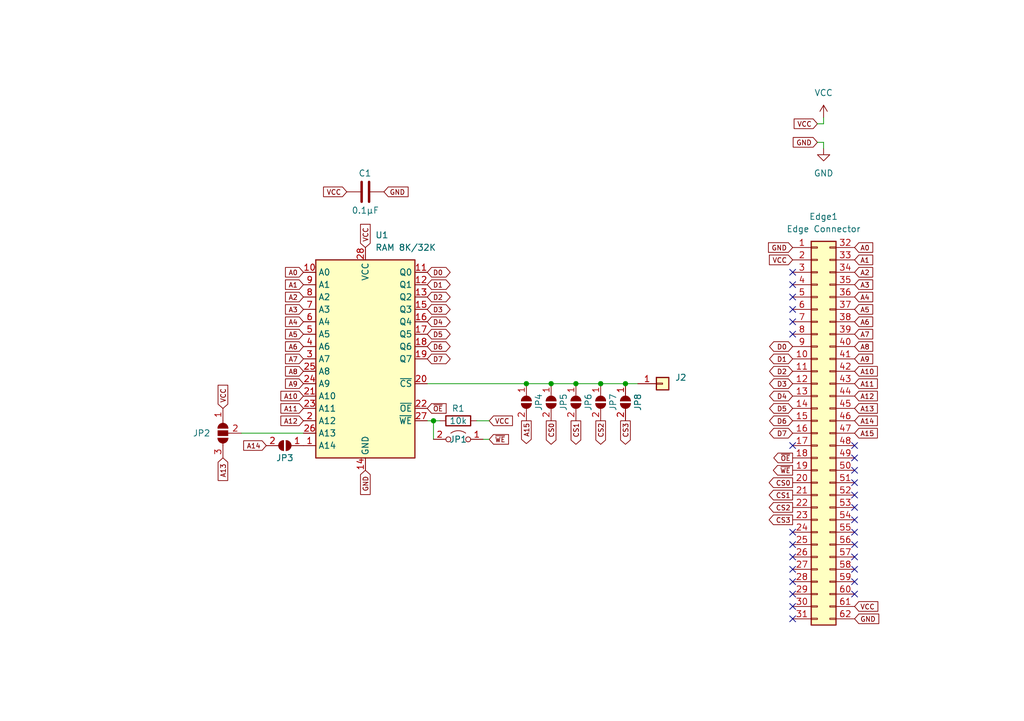
<source format=kicad_sch>
(kicad_sch (version 20211123) (generator eeschema)

  (uuid e63e39d7-6ac0-4ffd-8aa3-1841a4541b55)

  (paper "A5")

  (lib_symbols
    (symbol "Connector_Generic:Conn_01x01" (pin_names (offset 1.016) hide) (in_bom yes) (on_board yes)
      (property "Reference" "J" (id 0) (at 0 2.54 0)
        (effects (font (size 1.27 1.27)))
      )
      (property "Value" "Conn_01x01" (id 1) (at 0 -2.54 0)
        (effects (font (size 1.27 1.27)))
      )
      (property "Footprint" "" (id 2) (at 0 0 0)
        (effects (font (size 1.27 1.27)) hide)
      )
      (property "Datasheet" "~" (id 3) (at 0 0 0)
        (effects (font (size 1.27 1.27)) hide)
      )
      (property "ki_keywords" "connector" (id 4) (at 0 0 0)
        (effects (font (size 1.27 1.27)) hide)
      )
      (property "ki_description" "Generic connector, single row, 01x01, script generated (kicad-library-utils/schlib/autogen/connector/)" (id 5) (at 0 0 0)
        (effects (font (size 1.27 1.27)) hide)
      )
      (property "ki_fp_filters" "Connector*:*_1x??_*" (id 6) (at 0 0 0)
        (effects (font (size 1.27 1.27)) hide)
      )
      (symbol "Conn_01x01_1_1"
        (rectangle (start -1.27 0.127) (end 0 -0.127)
          (stroke (width 0.1524) (type default) (color 0 0 0 0))
          (fill (type none))
        )
        (rectangle (start -1.27 1.27) (end 1.27 -1.27)
          (stroke (width 0.254) (type default) (color 0 0 0 0))
          (fill (type background))
        )
        (pin passive line (at -5.08 0 0) (length 3.81)
          (name "Pin_1" (effects (font (size 1.27 1.27))))
          (number "1" (effects (font (size 1.27 1.27))))
        )
      )
    )
    (symbol "Connector_Generic:Conn_02x31_Top_Bottom" (pin_names (offset 1.016) hide) (in_bom yes) (on_board yes)
      (property "Reference" "J" (id 0) (at 1.27 40.64 0)
        (effects (font (size 1.27 1.27)))
      )
      (property "Value" "Conn_02x31_Top_Bottom" (id 1) (at 1.27 -40.64 0)
        (effects (font (size 1.27 1.27)))
      )
      (property "Footprint" "" (id 2) (at 0 0 0)
        (effects (font (size 1.27 1.27)) hide)
      )
      (property "Datasheet" "~" (id 3) (at 0 0 0)
        (effects (font (size 1.27 1.27)) hide)
      )
      (property "ki_keywords" "connector" (id 4) (at 0 0 0)
        (effects (font (size 1.27 1.27)) hide)
      )
      (property "ki_description" "Generic connector, double row, 02x31, top/bottom pin numbering scheme (row 1: 1...pins_per_row, row2: pins_per_row+1 ... num_pins), script generated (kicad-library-utils/schlib/autogen/connector/)" (id 5) (at 0 0 0)
        (effects (font (size 1.27 1.27)) hide)
      )
      (property "ki_fp_filters" "Connector*:*_2x??_*" (id 6) (at 0 0 0)
        (effects (font (size 1.27 1.27)) hide)
      )
      (symbol "Conn_02x31_Top_Bottom_1_1"
        (rectangle (start -1.27 -37.973) (end 0 -38.227)
          (stroke (width 0.1524) (type default) (color 0 0 0 0))
          (fill (type none))
        )
        (rectangle (start -1.27 -35.433) (end 0 -35.687)
          (stroke (width 0.1524) (type default) (color 0 0 0 0))
          (fill (type none))
        )
        (rectangle (start -1.27 -32.893) (end 0 -33.147)
          (stroke (width 0.1524) (type default) (color 0 0 0 0))
          (fill (type none))
        )
        (rectangle (start -1.27 -30.353) (end 0 -30.607)
          (stroke (width 0.1524) (type default) (color 0 0 0 0))
          (fill (type none))
        )
        (rectangle (start -1.27 -27.813) (end 0 -28.067)
          (stroke (width 0.1524) (type default) (color 0 0 0 0))
          (fill (type none))
        )
        (rectangle (start -1.27 -25.273) (end 0 -25.527)
          (stroke (width 0.1524) (type default) (color 0 0 0 0))
          (fill (type none))
        )
        (rectangle (start -1.27 -22.733) (end 0 -22.987)
          (stroke (width 0.1524) (type default) (color 0 0 0 0))
          (fill (type none))
        )
        (rectangle (start -1.27 -20.193) (end 0 -20.447)
          (stroke (width 0.1524) (type default) (color 0 0 0 0))
          (fill (type none))
        )
        (rectangle (start -1.27 -17.653) (end 0 -17.907)
          (stroke (width 0.1524) (type default) (color 0 0 0 0))
          (fill (type none))
        )
        (rectangle (start -1.27 -15.113) (end 0 -15.367)
          (stroke (width 0.1524) (type default) (color 0 0 0 0))
          (fill (type none))
        )
        (rectangle (start -1.27 -12.573) (end 0 -12.827)
          (stroke (width 0.1524) (type default) (color 0 0 0 0))
          (fill (type none))
        )
        (rectangle (start -1.27 -10.033) (end 0 -10.287)
          (stroke (width 0.1524) (type default) (color 0 0 0 0))
          (fill (type none))
        )
        (rectangle (start -1.27 -7.493) (end 0 -7.747)
          (stroke (width 0.1524) (type default) (color 0 0 0 0))
          (fill (type none))
        )
        (rectangle (start -1.27 -4.953) (end 0 -5.207)
          (stroke (width 0.1524) (type default) (color 0 0 0 0))
          (fill (type none))
        )
        (rectangle (start -1.27 -2.413) (end 0 -2.667)
          (stroke (width 0.1524) (type default) (color 0 0 0 0))
          (fill (type none))
        )
        (rectangle (start -1.27 0.127) (end 0 -0.127)
          (stroke (width 0.1524) (type default) (color 0 0 0 0))
          (fill (type none))
        )
        (rectangle (start -1.27 2.667) (end 0 2.413)
          (stroke (width 0.1524) (type default) (color 0 0 0 0))
          (fill (type none))
        )
        (rectangle (start -1.27 5.207) (end 0 4.953)
          (stroke (width 0.1524) (type default) (color 0 0 0 0))
          (fill (type none))
        )
        (rectangle (start -1.27 7.747) (end 0 7.493)
          (stroke (width 0.1524) (type default) (color 0 0 0 0))
          (fill (type none))
        )
        (rectangle (start -1.27 10.287) (end 0 10.033)
          (stroke (width 0.1524) (type default) (color 0 0 0 0))
          (fill (type none))
        )
        (rectangle (start -1.27 12.827) (end 0 12.573)
          (stroke (width 0.1524) (type default) (color 0 0 0 0))
          (fill (type none))
        )
        (rectangle (start -1.27 15.367) (end 0 15.113)
          (stroke (width 0.1524) (type default) (color 0 0 0 0))
          (fill (type none))
        )
        (rectangle (start -1.27 17.907) (end 0 17.653)
          (stroke (width 0.1524) (type default) (color 0 0 0 0))
          (fill (type none))
        )
        (rectangle (start -1.27 20.447) (end 0 20.193)
          (stroke (width 0.1524) (type default) (color 0 0 0 0))
          (fill (type none))
        )
        (rectangle (start -1.27 22.987) (end 0 22.733)
          (stroke (width 0.1524) (type default) (color 0 0 0 0))
          (fill (type none))
        )
        (rectangle (start -1.27 25.527) (end 0 25.273)
          (stroke (width 0.1524) (type default) (color 0 0 0 0))
          (fill (type none))
        )
        (rectangle (start -1.27 28.067) (end 0 27.813)
          (stroke (width 0.1524) (type default) (color 0 0 0 0))
          (fill (type none))
        )
        (rectangle (start -1.27 30.607) (end 0 30.353)
          (stroke (width 0.1524) (type default) (color 0 0 0 0))
          (fill (type none))
        )
        (rectangle (start -1.27 33.147) (end 0 32.893)
          (stroke (width 0.1524) (type default) (color 0 0 0 0))
          (fill (type none))
        )
        (rectangle (start -1.27 35.687) (end 0 35.433)
          (stroke (width 0.1524) (type default) (color 0 0 0 0))
          (fill (type none))
        )
        (rectangle (start -1.27 38.227) (end 0 37.973)
          (stroke (width 0.1524) (type default) (color 0 0 0 0))
          (fill (type none))
        )
        (rectangle (start -1.27 39.37) (end 3.81 -39.37)
          (stroke (width 0.254) (type default) (color 0 0 0 0))
          (fill (type background))
        )
        (rectangle (start 3.81 -37.973) (end 2.54 -38.227)
          (stroke (width 0.1524) (type default) (color 0 0 0 0))
          (fill (type none))
        )
        (rectangle (start 3.81 -35.433) (end 2.54 -35.687)
          (stroke (width 0.1524) (type default) (color 0 0 0 0))
          (fill (type none))
        )
        (rectangle (start 3.81 -32.893) (end 2.54 -33.147)
          (stroke (width 0.1524) (type default) (color 0 0 0 0))
          (fill (type none))
        )
        (rectangle (start 3.81 -30.353) (end 2.54 -30.607)
          (stroke (width 0.1524) (type default) (color 0 0 0 0))
          (fill (type none))
        )
        (rectangle (start 3.81 -27.813) (end 2.54 -28.067)
          (stroke (width 0.1524) (type default) (color 0 0 0 0))
          (fill (type none))
        )
        (rectangle (start 3.81 -25.273) (end 2.54 -25.527)
          (stroke (width 0.1524) (type default) (color 0 0 0 0))
          (fill (type none))
        )
        (rectangle (start 3.81 -22.733) (end 2.54 -22.987)
          (stroke (width 0.1524) (type default) (color 0 0 0 0))
          (fill (type none))
        )
        (rectangle (start 3.81 -20.193) (end 2.54 -20.447)
          (stroke (width 0.1524) (type default) (color 0 0 0 0))
          (fill (type none))
        )
        (rectangle (start 3.81 -17.653) (end 2.54 -17.907)
          (stroke (width 0.1524) (type default) (color 0 0 0 0))
          (fill (type none))
        )
        (rectangle (start 3.81 -15.113) (end 2.54 -15.367)
          (stroke (width 0.1524) (type default) (color 0 0 0 0))
          (fill (type none))
        )
        (rectangle (start 3.81 -12.573) (end 2.54 -12.827)
          (stroke (width 0.1524) (type default) (color 0 0 0 0))
          (fill (type none))
        )
        (rectangle (start 3.81 -10.033) (end 2.54 -10.287)
          (stroke (width 0.1524) (type default) (color 0 0 0 0))
          (fill (type none))
        )
        (rectangle (start 3.81 -7.493) (end 2.54 -7.747)
          (stroke (width 0.1524) (type default) (color 0 0 0 0))
          (fill (type none))
        )
        (rectangle (start 3.81 -4.953) (end 2.54 -5.207)
          (stroke (width 0.1524) (type default) (color 0 0 0 0))
          (fill (type none))
        )
        (rectangle (start 3.81 -2.413) (end 2.54 -2.667)
          (stroke (width 0.1524) (type default) (color 0 0 0 0))
          (fill (type none))
        )
        (rectangle (start 3.81 0.127) (end 2.54 -0.127)
          (stroke (width 0.1524) (type default) (color 0 0 0 0))
          (fill (type none))
        )
        (rectangle (start 3.81 2.667) (end 2.54 2.413)
          (stroke (width 0.1524) (type default) (color 0 0 0 0))
          (fill (type none))
        )
        (rectangle (start 3.81 5.207) (end 2.54 4.953)
          (stroke (width 0.1524) (type default) (color 0 0 0 0))
          (fill (type none))
        )
        (rectangle (start 3.81 7.747) (end 2.54 7.493)
          (stroke (width 0.1524) (type default) (color 0 0 0 0))
          (fill (type none))
        )
        (rectangle (start 3.81 10.287) (end 2.54 10.033)
          (stroke (width 0.1524) (type default) (color 0 0 0 0))
          (fill (type none))
        )
        (rectangle (start 3.81 12.827) (end 2.54 12.573)
          (stroke (width 0.1524) (type default) (color 0 0 0 0))
          (fill (type none))
        )
        (rectangle (start 3.81 15.367) (end 2.54 15.113)
          (stroke (width 0.1524) (type default) (color 0 0 0 0))
          (fill (type none))
        )
        (rectangle (start 3.81 17.907) (end 2.54 17.653)
          (stroke (width 0.1524) (type default) (color 0 0 0 0))
          (fill (type none))
        )
        (rectangle (start 3.81 20.447) (end 2.54 20.193)
          (stroke (width 0.1524) (type default) (color 0 0 0 0))
          (fill (type none))
        )
        (rectangle (start 3.81 22.987) (end 2.54 22.733)
          (stroke (width 0.1524) (type default) (color 0 0 0 0))
          (fill (type none))
        )
        (rectangle (start 3.81 25.527) (end 2.54 25.273)
          (stroke (width 0.1524) (type default) (color 0 0 0 0))
          (fill (type none))
        )
        (rectangle (start 3.81 28.067) (end 2.54 27.813)
          (stroke (width 0.1524) (type default) (color 0 0 0 0))
          (fill (type none))
        )
        (rectangle (start 3.81 30.607) (end 2.54 30.353)
          (stroke (width 0.1524) (type default) (color 0 0 0 0))
          (fill (type none))
        )
        (rectangle (start 3.81 33.147) (end 2.54 32.893)
          (stroke (width 0.1524) (type default) (color 0 0 0 0))
          (fill (type none))
        )
        (rectangle (start 3.81 35.687) (end 2.54 35.433)
          (stroke (width 0.1524) (type default) (color 0 0 0 0))
          (fill (type none))
        )
        (rectangle (start 3.81 38.227) (end 2.54 37.973)
          (stroke (width 0.1524) (type default) (color 0 0 0 0))
          (fill (type none))
        )
        (pin passive line (at -5.08 38.1 0) (length 3.81)
          (name "Pin_1" (effects (font (size 1.27 1.27))))
          (number "1" (effects (font (size 1.27 1.27))))
        )
        (pin passive line (at -5.08 15.24 0) (length 3.81)
          (name "Pin_10" (effects (font (size 1.27 1.27))))
          (number "10" (effects (font (size 1.27 1.27))))
        )
        (pin passive line (at -5.08 12.7 0) (length 3.81)
          (name "Pin_11" (effects (font (size 1.27 1.27))))
          (number "11" (effects (font (size 1.27 1.27))))
        )
        (pin passive line (at -5.08 10.16 0) (length 3.81)
          (name "Pin_12" (effects (font (size 1.27 1.27))))
          (number "12" (effects (font (size 1.27 1.27))))
        )
        (pin passive line (at -5.08 7.62 0) (length 3.81)
          (name "Pin_13" (effects (font (size 1.27 1.27))))
          (number "13" (effects (font (size 1.27 1.27))))
        )
        (pin passive line (at -5.08 5.08 0) (length 3.81)
          (name "Pin_14" (effects (font (size 1.27 1.27))))
          (number "14" (effects (font (size 1.27 1.27))))
        )
        (pin passive line (at -5.08 2.54 0) (length 3.81)
          (name "Pin_15" (effects (font (size 1.27 1.27))))
          (number "15" (effects (font (size 1.27 1.27))))
        )
        (pin passive line (at -5.08 0 0) (length 3.81)
          (name "Pin_16" (effects (font (size 1.27 1.27))))
          (number "16" (effects (font (size 1.27 1.27))))
        )
        (pin passive line (at -5.08 -2.54 0) (length 3.81)
          (name "Pin_17" (effects (font (size 1.27 1.27))))
          (number "17" (effects (font (size 1.27 1.27))))
        )
        (pin passive line (at -5.08 -5.08 0) (length 3.81)
          (name "Pin_18" (effects (font (size 1.27 1.27))))
          (number "18" (effects (font (size 1.27 1.27))))
        )
        (pin passive line (at -5.08 -7.62 0) (length 3.81)
          (name "Pin_19" (effects (font (size 1.27 1.27))))
          (number "19" (effects (font (size 1.27 1.27))))
        )
        (pin passive line (at -5.08 35.56 0) (length 3.81)
          (name "Pin_2" (effects (font (size 1.27 1.27))))
          (number "2" (effects (font (size 1.27 1.27))))
        )
        (pin passive line (at -5.08 -10.16 0) (length 3.81)
          (name "Pin_20" (effects (font (size 1.27 1.27))))
          (number "20" (effects (font (size 1.27 1.27))))
        )
        (pin passive line (at -5.08 -12.7 0) (length 3.81)
          (name "Pin_21" (effects (font (size 1.27 1.27))))
          (number "21" (effects (font (size 1.27 1.27))))
        )
        (pin passive line (at -5.08 -15.24 0) (length 3.81)
          (name "Pin_22" (effects (font (size 1.27 1.27))))
          (number "22" (effects (font (size 1.27 1.27))))
        )
        (pin passive line (at -5.08 -17.78 0) (length 3.81)
          (name "Pin_23" (effects (font (size 1.27 1.27))))
          (number "23" (effects (font (size 1.27 1.27))))
        )
        (pin passive line (at -5.08 -20.32 0) (length 3.81)
          (name "Pin_24" (effects (font (size 1.27 1.27))))
          (number "24" (effects (font (size 1.27 1.27))))
        )
        (pin passive line (at -5.08 -22.86 0) (length 3.81)
          (name "Pin_25" (effects (font (size 1.27 1.27))))
          (number "25" (effects (font (size 1.27 1.27))))
        )
        (pin passive line (at -5.08 -25.4 0) (length 3.81)
          (name "Pin_26" (effects (font (size 1.27 1.27))))
          (number "26" (effects (font (size 1.27 1.27))))
        )
        (pin passive line (at -5.08 -27.94 0) (length 3.81)
          (name "Pin_27" (effects (font (size 1.27 1.27))))
          (number "27" (effects (font (size 1.27 1.27))))
        )
        (pin passive line (at -5.08 -30.48 0) (length 3.81)
          (name "Pin_28" (effects (font (size 1.27 1.27))))
          (number "28" (effects (font (size 1.27 1.27))))
        )
        (pin passive line (at -5.08 -33.02 0) (length 3.81)
          (name "Pin_29" (effects (font (size 1.27 1.27))))
          (number "29" (effects (font (size 1.27 1.27))))
        )
        (pin passive line (at -5.08 33.02 0) (length 3.81)
          (name "Pin_3" (effects (font (size 1.27 1.27))))
          (number "3" (effects (font (size 1.27 1.27))))
        )
        (pin passive line (at -5.08 -35.56 0) (length 3.81)
          (name "Pin_30" (effects (font (size 1.27 1.27))))
          (number "30" (effects (font (size 1.27 1.27))))
        )
        (pin passive line (at -5.08 -38.1 0) (length 3.81)
          (name "Pin_31" (effects (font (size 1.27 1.27))))
          (number "31" (effects (font (size 1.27 1.27))))
        )
        (pin passive line (at 7.62 38.1 180) (length 3.81)
          (name "Pin_32" (effects (font (size 1.27 1.27))))
          (number "32" (effects (font (size 1.27 1.27))))
        )
        (pin passive line (at 7.62 35.56 180) (length 3.81)
          (name "Pin_33" (effects (font (size 1.27 1.27))))
          (number "33" (effects (font (size 1.27 1.27))))
        )
        (pin passive line (at 7.62 33.02 180) (length 3.81)
          (name "Pin_34" (effects (font (size 1.27 1.27))))
          (number "34" (effects (font (size 1.27 1.27))))
        )
        (pin passive line (at 7.62 30.48 180) (length 3.81)
          (name "Pin_35" (effects (font (size 1.27 1.27))))
          (number "35" (effects (font (size 1.27 1.27))))
        )
        (pin passive line (at 7.62 27.94 180) (length 3.81)
          (name "Pin_36" (effects (font (size 1.27 1.27))))
          (number "36" (effects (font (size 1.27 1.27))))
        )
        (pin passive line (at 7.62 25.4 180) (length 3.81)
          (name "Pin_37" (effects (font (size 1.27 1.27))))
          (number "37" (effects (font (size 1.27 1.27))))
        )
        (pin passive line (at 7.62 22.86 180) (length 3.81)
          (name "Pin_38" (effects (font (size 1.27 1.27))))
          (number "38" (effects (font (size 1.27 1.27))))
        )
        (pin passive line (at 7.62 20.32 180) (length 3.81)
          (name "Pin_39" (effects (font (size 1.27 1.27))))
          (number "39" (effects (font (size 1.27 1.27))))
        )
        (pin passive line (at -5.08 30.48 0) (length 3.81)
          (name "Pin_4" (effects (font (size 1.27 1.27))))
          (number "4" (effects (font (size 1.27 1.27))))
        )
        (pin passive line (at 7.62 17.78 180) (length 3.81)
          (name "Pin_40" (effects (font (size 1.27 1.27))))
          (number "40" (effects (font (size 1.27 1.27))))
        )
        (pin passive line (at 7.62 15.24 180) (length 3.81)
          (name "Pin_41" (effects (font (size 1.27 1.27))))
          (number "41" (effects (font (size 1.27 1.27))))
        )
        (pin passive line (at 7.62 12.7 180) (length 3.81)
          (name "Pin_42" (effects (font (size 1.27 1.27))))
          (number "42" (effects (font (size 1.27 1.27))))
        )
        (pin passive line (at 7.62 10.16 180) (length 3.81)
          (name "Pin_43" (effects (font (size 1.27 1.27))))
          (number "43" (effects (font (size 1.27 1.27))))
        )
        (pin passive line (at 7.62 7.62 180) (length 3.81)
          (name "Pin_44" (effects (font (size 1.27 1.27))))
          (number "44" (effects (font (size 1.27 1.27))))
        )
        (pin passive line (at 7.62 5.08 180) (length 3.81)
          (name "Pin_45" (effects (font (size 1.27 1.27))))
          (number "45" (effects (font (size 1.27 1.27))))
        )
        (pin passive line (at 7.62 2.54 180) (length 3.81)
          (name "Pin_46" (effects (font (size 1.27 1.27))))
          (number "46" (effects (font (size 1.27 1.27))))
        )
        (pin passive line (at 7.62 0 180) (length 3.81)
          (name "Pin_47" (effects (font (size 1.27 1.27))))
          (number "47" (effects (font (size 1.27 1.27))))
        )
        (pin passive line (at 7.62 -2.54 180) (length 3.81)
          (name "Pin_48" (effects (font (size 1.27 1.27))))
          (number "48" (effects (font (size 1.27 1.27))))
        )
        (pin passive line (at 7.62 -5.08 180) (length 3.81)
          (name "Pin_49" (effects (font (size 1.27 1.27))))
          (number "49" (effects (font (size 1.27 1.27))))
        )
        (pin passive line (at -5.08 27.94 0) (length 3.81)
          (name "Pin_5" (effects (font (size 1.27 1.27))))
          (number "5" (effects (font (size 1.27 1.27))))
        )
        (pin passive line (at 7.62 -7.62 180) (length 3.81)
          (name "Pin_50" (effects (font (size 1.27 1.27))))
          (number "50" (effects (font (size 1.27 1.27))))
        )
        (pin passive line (at 7.62 -10.16 180) (length 3.81)
          (name "Pin_51" (effects (font (size 1.27 1.27))))
          (number "51" (effects (font (size 1.27 1.27))))
        )
        (pin passive line (at 7.62 -12.7 180) (length 3.81)
          (name "Pin_52" (effects (font (size 1.27 1.27))))
          (number "52" (effects (font (size 1.27 1.27))))
        )
        (pin passive line (at 7.62 -15.24 180) (length 3.81)
          (name "Pin_53" (effects (font (size 1.27 1.27))))
          (number "53" (effects (font (size 1.27 1.27))))
        )
        (pin passive line (at 7.62 -17.78 180) (length 3.81)
          (name "Pin_54" (effects (font (size 1.27 1.27))))
          (number "54" (effects (font (size 1.27 1.27))))
        )
        (pin passive line (at 7.62 -20.32 180) (length 3.81)
          (name "Pin_55" (effects (font (size 1.27 1.27))))
          (number "55" (effects (font (size 1.27 1.27))))
        )
        (pin passive line (at 7.62 -22.86 180) (length 3.81)
          (name "Pin_56" (effects (font (size 1.27 1.27))))
          (number "56" (effects (font (size 1.27 1.27))))
        )
        (pin passive line (at 7.62 -25.4 180) (length 3.81)
          (name "Pin_57" (effects (font (size 1.27 1.27))))
          (number "57" (effects (font (size 1.27 1.27))))
        )
        (pin passive line (at 7.62 -27.94 180) (length 3.81)
          (name "Pin_58" (effects (font (size 1.27 1.27))))
          (number "58" (effects (font (size 1.27 1.27))))
        )
        (pin passive line (at 7.62 -30.48 180) (length 3.81)
          (name "Pin_59" (effects (font (size 1.27 1.27))))
          (number "59" (effects (font (size 1.27 1.27))))
        )
        (pin passive line (at -5.08 25.4 0) (length 3.81)
          (name "Pin_6" (effects (font (size 1.27 1.27))))
          (number "6" (effects (font (size 1.27 1.27))))
        )
        (pin passive line (at 7.62 -33.02 180) (length 3.81)
          (name "Pin_60" (effects (font (size 1.27 1.27))))
          (number "60" (effects (font (size 1.27 1.27))))
        )
        (pin passive line (at 7.62 -35.56 180) (length 3.81)
          (name "Pin_61" (effects (font (size 1.27 1.27))))
          (number "61" (effects (font (size 1.27 1.27))))
        )
        (pin passive line (at 7.62 -38.1 180) (length 3.81)
          (name "Pin_62" (effects (font (size 1.27 1.27))))
          (number "62" (effects (font (size 1.27 1.27))))
        )
        (pin passive line (at -5.08 22.86 0) (length 3.81)
          (name "Pin_7" (effects (font (size 1.27 1.27))))
          (number "7" (effects (font (size 1.27 1.27))))
        )
        (pin passive line (at -5.08 20.32 0) (length 3.81)
          (name "Pin_8" (effects (font (size 1.27 1.27))))
          (number "8" (effects (font (size 1.27 1.27))))
        )
        (pin passive line (at -5.08 17.78 0) (length 3.81)
          (name "Pin_9" (effects (font (size 1.27 1.27))))
          (number "9" (effects (font (size 1.27 1.27))))
        )
      )
    )
    (symbol "Device:C" (pin_numbers hide) (pin_names (offset 0.254)) (in_bom yes) (on_board yes)
      (property "Reference" "C" (id 0) (at 0.635 2.54 0)
        (effects (font (size 1.27 1.27)) (justify left))
      )
      (property "Value" "C" (id 1) (at 0.635 -2.54 0)
        (effects (font (size 1.27 1.27)) (justify left))
      )
      (property "Footprint" "" (id 2) (at 0.9652 -3.81 0)
        (effects (font (size 1.27 1.27)) hide)
      )
      (property "Datasheet" "~" (id 3) (at 0 0 0)
        (effects (font (size 1.27 1.27)) hide)
      )
      (property "ki_keywords" "cap capacitor" (id 4) (at 0 0 0)
        (effects (font (size 1.27 1.27)) hide)
      )
      (property "ki_description" "Unpolarized capacitor" (id 5) (at 0 0 0)
        (effects (font (size 1.27 1.27)) hide)
      )
      (property "ki_fp_filters" "C_*" (id 6) (at 0 0 0)
        (effects (font (size 1.27 1.27)) hide)
      )
      (symbol "C_0_1"
        (polyline
          (pts
            (xy -2.032 -0.762)
            (xy 2.032 -0.762)
          )
          (stroke (width 0.508) (type default) (color 0 0 0 0))
          (fill (type none))
        )
        (polyline
          (pts
            (xy -2.032 0.762)
            (xy 2.032 0.762)
          )
          (stroke (width 0.508) (type default) (color 0 0 0 0))
          (fill (type none))
        )
      )
      (symbol "C_1_1"
        (pin passive line (at 0 3.81 270) (length 2.794)
          (name "~" (effects (font (size 1.27 1.27))))
          (number "1" (effects (font (size 1.27 1.27))))
        )
        (pin passive line (at 0 -3.81 90) (length 2.794)
          (name "~" (effects (font (size 1.27 1.27))))
          (number "2" (effects (font (size 1.27 1.27))))
        )
      )
    )
    (symbol "Device:R" (pin_numbers hide) (pin_names (offset 0)) (in_bom yes) (on_board yes)
      (property "Reference" "R" (id 0) (at 2.032 0 90)
        (effects (font (size 1.27 1.27)))
      )
      (property "Value" "R" (id 1) (at 0 0 90)
        (effects (font (size 1.27 1.27)))
      )
      (property "Footprint" "" (id 2) (at -1.778 0 90)
        (effects (font (size 1.27 1.27)) hide)
      )
      (property "Datasheet" "~" (id 3) (at 0 0 0)
        (effects (font (size 1.27 1.27)) hide)
      )
      (property "ki_keywords" "R res resistor" (id 4) (at 0 0 0)
        (effects (font (size 1.27 1.27)) hide)
      )
      (property "ki_description" "Resistor" (id 5) (at 0 0 0)
        (effects (font (size 1.27 1.27)) hide)
      )
      (property "ki_fp_filters" "R_*" (id 6) (at 0 0 0)
        (effects (font (size 1.27 1.27)) hide)
      )
      (symbol "R_0_1"
        (rectangle (start -1.016 -2.54) (end 1.016 2.54)
          (stroke (width 0.254) (type default) (color 0 0 0 0))
          (fill (type none))
        )
      )
      (symbol "R_1_1"
        (pin passive line (at 0 3.81 270) (length 1.27)
          (name "~" (effects (font (size 1.27 1.27))))
          (number "1" (effects (font (size 1.27 1.27))))
        )
        (pin passive line (at 0 -3.81 90) (length 1.27)
          (name "~" (effects (font (size 1.27 1.27))))
          (number "2" (effects (font (size 1.27 1.27))))
        )
      )
    )
    (symbol "Jumper:Jumper_2_Open" (pin_names (offset 0) hide) (in_bom yes) (on_board yes)
      (property "Reference" "JP" (id 0) (at 0 2.794 0)
        (effects (font (size 1.27 1.27)))
      )
      (property "Value" "Jumper_2_Open" (id 1) (at 0 -2.286 0)
        (effects (font (size 1.27 1.27)))
      )
      (property "Footprint" "" (id 2) (at 0 0 0)
        (effects (font (size 1.27 1.27)) hide)
      )
      (property "Datasheet" "~" (id 3) (at 0 0 0)
        (effects (font (size 1.27 1.27)) hide)
      )
      (property "ki_keywords" "Jumper SPST" (id 4) (at 0 0 0)
        (effects (font (size 1.27 1.27)) hide)
      )
      (property "ki_description" "Jumper, 2-pole, open" (id 5) (at 0 0 0)
        (effects (font (size 1.27 1.27)) hide)
      )
      (property "ki_fp_filters" "Jumper* TestPoint*2Pads* TestPoint*Bridge*" (id 6) (at 0 0 0)
        (effects (font (size 1.27 1.27)) hide)
      )
      (symbol "Jumper_2_Open_0_0"
        (circle (center -2.032 0) (radius 0.508)
          (stroke (width 0) (type default) (color 0 0 0 0))
          (fill (type none))
        )
        (circle (center 2.032 0) (radius 0.508)
          (stroke (width 0) (type default) (color 0 0 0 0))
          (fill (type none))
        )
      )
      (symbol "Jumper_2_Open_0_1"
        (arc (start 1.524 1.27) (mid 0 1.778) (end -1.524 1.27)
          (stroke (width 0) (type default) (color 0 0 0 0))
          (fill (type none))
        )
      )
      (symbol "Jumper_2_Open_1_1"
        (pin passive line (at -5.08 0 0) (length 2.54)
          (name "A" (effects (font (size 1.27 1.27))))
          (number "1" (effects (font (size 1.27 1.27))))
        )
        (pin passive line (at 5.08 0 180) (length 2.54)
          (name "B" (effects (font (size 1.27 1.27))))
          (number "2" (effects (font (size 1.27 1.27))))
        )
      )
    )
    (symbol "Jumper:SolderJumper_2_Open" (pin_names (offset 0) hide) (in_bom yes) (on_board yes)
      (property "Reference" "JP" (id 0) (at 0 2.032 0)
        (effects (font (size 1.27 1.27)))
      )
      (property "Value" "SolderJumper_2_Open" (id 1) (at 0 -2.54 0)
        (effects (font (size 1.27 1.27)))
      )
      (property "Footprint" "" (id 2) (at 0 0 0)
        (effects (font (size 1.27 1.27)) hide)
      )
      (property "Datasheet" "~" (id 3) (at 0 0 0)
        (effects (font (size 1.27 1.27)) hide)
      )
      (property "ki_keywords" "solder jumper SPST" (id 4) (at 0 0 0)
        (effects (font (size 1.27 1.27)) hide)
      )
      (property "ki_description" "Solder Jumper, 2-pole, open" (id 5) (at 0 0 0)
        (effects (font (size 1.27 1.27)) hide)
      )
      (property "ki_fp_filters" "SolderJumper*Open*" (id 6) (at 0 0 0)
        (effects (font (size 1.27 1.27)) hide)
      )
      (symbol "SolderJumper_2_Open_0_1"
        (arc (start -0.254 1.016) (mid -1.27 0) (end -0.254 -1.016)
          (stroke (width 0) (type default) (color 0 0 0 0))
          (fill (type none))
        )
        (arc (start -0.254 1.016) (mid -1.27 0) (end -0.254 -1.016)
          (stroke (width 0) (type default) (color 0 0 0 0))
          (fill (type outline))
        )
        (polyline
          (pts
            (xy -0.254 1.016)
            (xy -0.254 -1.016)
          )
          (stroke (width 0) (type default) (color 0 0 0 0))
          (fill (type none))
        )
        (polyline
          (pts
            (xy 0.254 1.016)
            (xy 0.254 -1.016)
          )
          (stroke (width 0) (type default) (color 0 0 0 0))
          (fill (type none))
        )
        (arc (start 0.254 -1.016) (mid 1.27 0) (end 0.254 1.016)
          (stroke (width 0) (type default) (color 0 0 0 0))
          (fill (type none))
        )
        (arc (start 0.254 -1.016) (mid 1.27 0) (end 0.254 1.016)
          (stroke (width 0) (type default) (color 0 0 0 0))
          (fill (type outline))
        )
      )
      (symbol "SolderJumper_2_Open_1_1"
        (pin passive line (at -3.81 0 0) (length 2.54)
          (name "A" (effects (font (size 1.27 1.27))))
          (number "1" (effects (font (size 1.27 1.27))))
        )
        (pin passive line (at 3.81 0 180) (length 2.54)
          (name "B" (effects (font (size 1.27 1.27))))
          (number "2" (effects (font (size 1.27 1.27))))
        )
      )
    )
    (symbol "Jumper:SolderJumper_3_Open" (pin_names (offset 0) hide) (in_bom yes) (on_board yes)
      (property "Reference" "JP" (id 0) (at -2.54 -2.54 0)
        (effects (font (size 1.27 1.27)))
      )
      (property "Value" "SolderJumper_3_Open" (id 1) (at 0 2.794 0)
        (effects (font (size 1.27 1.27)))
      )
      (property "Footprint" "" (id 2) (at 0 0 0)
        (effects (font (size 1.27 1.27)) hide)
      )
      (property "Datasheet" "~" (id 3) (at 0 0 0)
        (effects (font (size 1.27 1.27)) hide)
      )
      (property "ki_keywords" "Solder Jumper SPDT" (id 4) (at 0 0 0)
        (effects (font (size 1.27 1.27)) hide)
      )
      (property "ki_description" "Solder Jumper, 3-pole, open" (id 5) (at 0 0 0)
        (effects (font (size 1.27 1.27)) hide)
      )
      (property "ki_fp_filters" "SolderJumper*Open*" (id 6) (at 0 0 0)
        (effects (font (size 1.27 1.27)) hide)
      )
      (symbol "SolderJumper_3_Open_0_1"
        (arc (start -1.016 1.016) (mid -2.032 0) (end -1.016 -1.016)
          (stroke (width 0) (type default) (color 0 0 0 0))
          (fill (type none))
        )
        (arc (start -1.016 1.016) (mid -2.032 0) (end -1.016 -1.016)
          (stroke (width 0) (type default) (color 0 0 0 0))
          (fill (type outline))
        )
        (rectangle (start -0.508 1.016) (end 0.508 -1.016)
          (stroke (width 0) (type default) (color 0 0 0 0))
          (fill (type outline))
        )
        (polyline
          (pts
            (xy -2.54 0)
            (xy -2.032 0)
          )
          (stroke (width 0) (type default) (color 0 0 0 0))
          (fill (type none))
        )
        (polyline
          (pts
            (xy -1.016 1.016)
            (xy -1.016 -1.016)
          )
          (stroke (width 0) (type default) (color 0 0 0 0))
          (fill (type none))
        )
        (polyline
          (pts
            (xy 0 -1.27)
            (xy 0 -1.016)
          )
          (stroke (width 0) (type default) (color 0 0 0 0))
          (fill (type none))
        )
        (polyline
          (pts
            (xy 1.016 1.016)
            (xy 1.016 -1.016)
          )
          (stroke (width 0) (type default) (color 0 0 0 0))
          (fill (type none))
        )
        (polyline
          (pts
            (xy 2.54 0)
            (xy 2.032 0)
          )
          (stroke (width 0) (type default) (color 0 0 0 0))
          (fill (type none))
        )
        (arc (start 1.016 -1.016) (mid 2.032 0) (end 1.016 1.016)
          (stroke (width 0) (type default) (color 0 0 0 0))
          (fill (type none))
        )
        (arc (start 1.016 -1.016) (mid 2.032 0) (end 1.016 1.016)
          (stroke (width 0) (type default) (color 0 0 0 0))
          (fill (type outline))
        )
      )
      (symbol "SolderJumper_3_Open_1_1"
        (pin passive line (at -5.08 0 0) (length 2.54)
          (name "A" (effects (font (size 1.27 1.27))))
          (number "1" (effects (font (size 1.27 1.27))))
        )
        (pin passive line (at 0 -3.81 90) (length 2.54)
          (name "C" (effects (font (size 1.27 1.27))))
          (number "2" (effects (font (size 1.27 1.27))))
        )
        (pin passive line (at 5.08 0 180) (length 2.54)
          (name "B" (effects (font (size 1.27 1.27))))
          (number "3" (effects (font (size 1.27 1.27))))
        )
      )
    )
    (symbol "Memory_RAM:HM62256BLP" (in_bom yes) (on_board yes)
      (property "Reference" "U" (id 0) (at -10.16 20.955 0)
        (effects (font (size 1.27 1.27)) (justify left bottom))
      )
      (property "Value" "HM62256BLP" (id 1) (at 2.54 20.955 0)
        (effects (font (size 1.27 1.27)) (justify left bottom))
      )
      (property "Footprint" "Package_DIP:DIP-28_W15.24mm" (id 2) (at 0 -2.54 0)
        (effects (font (size 1.27 1.27)) hide)
      )
      (property "Datasheet" "https://web.mit.edu/6.115/www/document/62256.pdf" (id 3) (at 0 -2.54 0)
        (effects (font (size 1.27 1.27)) hide)
      )
      (property "ki_keywords" "RAM SRAM CMOS MEMORY" (id 4) (at 0 0 0)
        (effects (font (size 1.27 1.27)) hide)
      )
      (property "ki_description" "32,768-word × 8-bit High Speed CMOS Static RAM, 70ns, DIP-28" (id 5) (at 0 0 0)
        (effects (font (size 1.27 1.27)) hide)
      )
      (property "ki_fp_filters" "DIP*W15.24mm*" (id 6) (at 0 0 0)
        (effects (font (size 1.27 1.27)) hide)
      )
      (symbol "HM62256BLP_0_0"
        (pin power_in line (at 0 -22.86 90) (length 2.54)
          (name "GND" (effects (font (size 1.27 1.27))))
          (number "14" (effects (font (size 1.27 1.27))))
        )
        (pin power_in line (at 0 22.86 270) (length 2.54)
          (name "VCC" (effects (font (size 1.27 1.27))))
          (number "28" (effects (font (size 1.27 1.27))))
        )
      )
      (symbol "HM62256BLP_0_1"
        (rectangle (start -10.16 20.32) (end 10.16 -20.32)
          (stroke (width 0.254) (type default) (color 0 0 0 0))
          (fill (type background))
        )
      )
      (symbol "HM62256BLP_1_1"
        (pin input line (at -12.7 -17.78 0) (length 2.54)
          (name "A14" (effects (font (size 1.27 1.27))))
          (number "1" (effects (font (size 1.27 1.27))))
        )
        (pin input line (at -12.7 17.78 0) (length 2.54)
          (name "A0" (effects (font (size 1.27 1.27))))
          (number "10" (effects (font (size 1.27 1.27))))
        )
        (pin tri_state line (at 12.7 17.78 180) (length 2.54)
          (name "Q0" (effects (font (size 1.27 1.27))))
          (number "11" (effects (font (size 1.27 1.27))))
        )
        (pin tri_state line (at 12.7 15.24 180) (length 2.54)
          (name "Q1" (effects (font (size 1.27 1.27))))
          (number "12" (effects (font (size 1.27 1.27))))
        )
        (pin tri_state line (at 12.7 12.7 180) (length 2.54)
          (name "Q2" (effects (font (size 1.27 1.27))))
          (number "13" (effects (font (size 1.27 1.27))))
        )
        (pin tri_state line (at 12.7 10.16 180) (length 2.54)
          (name "Q3" (effects (font (size 1.27 1.27))))
          (number "15" (effects (font (size 1.27 1.27))))
        )
        (pin tri_state line (at 12.7 7.62 180) (length 2.54)
          (name "Q4" (effects (font (size 1.27 1.27))))
          (number "16" (effects (font (size 1.27 1.27))))
        )
        (pin tri_state line (at 12.7 5.08 180) (length 2.54)
          (name "Q5" (effects (font (size 1.27 1.27))))
          (number "17" (effects (font (size 1.27 1.27))))
        )
        (pin tri_state line (at 12.7 2.54 180) (length 2.54)
          (name "Q6" (effects (font (size 1.27 1.27))))
          (number "18" (effects (font (size 1.27 1.27))))
        )
        (pin tri_state line (at 12.7 0 180) (length 2.54)
          (name "Q7" (effects (font (size 1.27 1.27))))
          (number "19" (effects (font (size 1.27 1.27))))
        )
        (pin input line (at -12.7 -12.7 0) (length 2.54)
          (name "A12" (effects (font (size 1.27 1.27))))
          (number "2" (effects (font (size 1.27 1.27))))
        )
        (pin input line (at 12.7 -5.08 180) (length 2.54)
          (name "~{CS}" (effects (font (size 1.27 1.27))))
          (number "20" (effects (font (size 1.27 1.27))))
        )
        (pin input line (at -12.7 -7.62 0) (length 2.54)
          (name "A10" (effects (font (size 1.27 1.27))))
          (number "21" (effects (font (size 1.27 1.27))))
        )
        (pin input line (at 12.7 -10.16 180) (length 2.54)
          (name "~{OE}" (effects (font (size 1.27 1.27))))
          (number "22" (effects (font (size 1.27 1.27))))
        )
        (pin input line (at -12.7 -10.16 0) (length 2.54)
          (name "A11" (effects (font (size 1.27 1.27))))
          (number "23" (effects (font (size 1.27 1.27))))
        )
        (pin input line (at -12.7 -5.08 0) (length 2.54)
          (name "A9" (effects (font (size 1.27 1.27))))
          (number "24" (effects (font (size 1.27 1.27))))
        )
        (pin input line (at -12.7 -2.54 0) (length 2.54)
          (name "A8" (effects (font (size 1.27 1.27))))
          (number "25" (effects (font (size 1.27 1.27))))
        )
        (pin input line (at -12.7 -15.24 0) (length 2.54)
          (name "A13" (effects (font (size 1.27 1.27))))
          (number "26" (effects (font (size 1.27 1.27))))
        )
        (pin input line (at 12.7 -12.7 180) (length 2.54)
          (name "~{WE}" (effects (font (size 1.27 1.27))))
          (number "27" (effects (font (size 1.27 1.27))))
        )
        (pin input line (at -12.7 0 0) (length 2.54)
          (name "A7" (effects (font (size 1.27 1.27))))
          (number "3" (effects (font (size 1.27 1.27))))
        )
        (pin input line (at -12.7 2.54 0) (length 2.54)
          (name "A6" (effects (font (size 1.27 1.27))))
          (number "4" (effects (font (size 1.27 1.27))))
        )
        (pin input line (at -12.7 5.08 0) (length 2.54)
          (name "A5" (effects (font (size 1.27 1.27))))
          (number "5" (effects (font (size 1.27 1.27))))
        )
        (pin input line (at -12.7 7.62 0) (length 2.54)
          (name "A4" (effects (font (size 1.27 1.27))))
          (number "6" (effects (font (size 1.27 1.27))))
        )
        (pin input line (at -12.7 10.16 0) (length 2.54)
          (name "A3" (effects (font (size 1.27 1.27))))
          (number "7" (effects (font (size 1.27 1.27))))
        )
        (pin input line (at -12.7 12.7 0) (length 2.54)
          (name "A2" (effects (font (size 1.27 1.27))))
          (number "8" (effects (font (size 1.27 1.27))))
        )
        (pin input line (at -12.7 15.24 0) (length 2.54)
          (name "A1" (effects (font (size 1.27 1.27))))
          (number "9" (effects (font (size 1.27 1.27))))
        )
      )
    )
    (symbol "power:GND" (power) (pin_names (offset 0)) (in_bom yes) (on_board yes)
      (property "Reference" "#PWR" (id 0) (at 0 -6.35 0)
        (effects (font (size 1.27 1.27)) hide)
      )
      (property "Value" "GND" (id 1) (at 0 -3.81 0)
        (effects (font (size 1.27 1.27)))
      )
      (property "Footprint" "" (id 2) (at 0 0 0)
        (effects (font (size 1.27 1.27)) hide)
      )
      (property "Datasheet" "" (id 3) (at 0 0 0)
        (effects (font (size 1.27 1.27)) hide)
      )
      (property "ki_keywords" "power-flag" (id 4) (at 0 0 0)
        (effects (font (size 1.27 1.27)) hide)
      )
      (property "ki_description" "Power symbol creates a global label with name \"GND\" , ground" (id 5) (at 0 0 0)
        (effects (font (size 1.27 1.27)) hide)
      )
      (symbol "GND_0_1"
        (polyline
          (pts
            (xy 0 0)
            (xy 0 -1.27)
            (xy 1.27 -1.27)
            (xy 0 -2.54)
            (xy -1.27 -1.27)
            (xy 0 -1.27)
          )
          (stroke (width 0) (type default) (color 0 0 0 0))
          (fill (type none))
        )
      )
      (symbol "GND_1_1"
        (pin power_in line (at 0 0 270) (length 0) hide
          (name "GND" (effects (font (size 1.27 1.27))))
          (number "1" (effects (font (size 1.27 1.27))))
        )
      )
    )
    (symbol "power:VCC" (power) (pin_names (offset 0)) (in_bom yes) (on_board yes)
      (property "Reference" "#PWR" (id 0) (at 0 -3.81 0)
        (effects (font (size 1.27 1.27)) hide)
      )
      (property "Value" "VCC" (id 1) (at 0 3.81 0)
        (effects (font (size 1.27 1.27)))
      )
      (property "Footprint" "" (id 2) (at 0 0 0)
        (effects (font (size 1.27 1.27)) hide)
      )
      (property "Datasheet" "" (id 3) (at 0 0 0)
        (effects (font (size 1.27 1.27)) hide)
      )
      (property "ki_keywords" "power-flag" (id 4) (at 0 0 0)
        (effects (font (size 1.27 1.27)) hide)
      )
      (property "ki_description" "Power symbol creates a global label with name \"VCC\"" (id 5) (at 0 0 0)
        (effects (font (size 1.27 1.27)) hide)
      )
      (symbol "VCC_0_1"
        (polyline
          (pts
            (xy -0.762 1.27)
            (xy 0 2.54)
          )
          (stroke (width 0) (type default) (color 0 0 0 0))
          (fill (type none))
        )
        (polyline
          (pts
            (xy 0 0)
            (xy 0 2.54)
          )
          (stroke (width 0) (type default) (color 0 0 0 0))
          (fill (type none))
        )
        (polyline
          (pts
            (xy 0 2.54)
            (xy 0.762 1.27)
          )
          (stroke (width 0) (type default) (color 0 0 0 0))
          (fill (type none))
        )
      )
      (symbol "VCC_1_1"
        (pin power_in line (at 0 0 90) (length 0) hide
          (name "VCC" (effects (font (size 1.27 1.27))))
          (number "1" (effects (font (size 1.27 1.27))))
        )
      )
    )
  )

  (junction (at 128.27 78.74) (diameter 0) (color 0 0 0 0)
    (uuid 1b26c687-be7f-4f42-9ffa-4b3d0ee52dac)
  )
  (junction (at 123.19 78.74) (diameter 0) (color 0 0 0 0)
    (uuid 1ce0bbf8-3839-482c-8696-fa0baf33f4c7)
  )
  (junction (at 118.11 78.74) (diameter 0) (color 0 0 0 0)
    (uuid 370657c2-daf8-432c-8e99-2f697a762426)
  )
  (junction (at 113.03 78.74) (diameter 0) (color 0 0 0 0)
    (uuid 594d0b80-1088-42bf-936f-63d8203d4250)
  )
  (junction (at 107.95 78.74) (diameter 0) (color 0 0 0 0)
    (uuid 68369144-20f7-4d3f-98c4-849b5fa1b686)
  )
  (junction (at 88.9 86.36) (diameter 0) (color 0 0 0 0)
    (uuid 8d11708b-9730-4537-9fd1-f5e6ccaae62e)
  )

  (no_connect (at 162.56 68.58) (uuid 06c14564-f082-40cf-80d3-cad254246a43))
  (no_connect (at 162.56 121.92) (uuid 224e0b1c-f27d-4357-9e56-7d4293a602d1))
  (no_connect (at 175.26 119.38) (uuid 242c9411-d557-4af7-a1a2-8fb054e3aeec))
  (no_connect (at 162.56 60.96) (uuid 2a40e2b6-db23-4f47-be53-92673d114962))
  (no_connect (at 162.56 127) (uuid 2c3f5fa2-2660-4260-b694-d3266787b133))
  (no_connect (at 175.26 116.84) (uuid 2f07a90d-0048-4720-bf18-af54cb13236d))
  (no_connect (at 175.26 111.76) (uuid 310eaa88-e0b9-47c9-a904-4e8b2d450287))
  (no_connect (at 175.26 114.3) (uuid 36c58f23-4b11-4326-8daa-e0a001bc2ade))
  (no_connect (at 162.56 58.42) (uuid 3b96744a-587b-4403-b7f8-425327f0855e))
  (no_connect (at 175.26 121.92) (uuid 47900206-37ec-4fd0-a46d-c0355324d784))
  (no_connect (at 162.56 119.38) (uuid 6dd4f481-014d-4adc-921c-c07951411079))
  (no_connect (at 175.26 106.68) (uuid 752463e4-4108-4231-bd0b-3cebfc2723ea))
  (no_connect (at 175.26 96.52) (uuid 789a05f2-9de2-4597-b714-fac19648eddb))
  (no_connect (at 162.56 114.3) (uuid 7e4a8356-8ef2-40a1-993b-04b76e668567))
  (no_connect (at 175.26 109.22) (uuid 8fede6ff-d47c-4582-a0d7-f2bdbe55f707))
  (no_connect (at 175.26 91.44) (uuid af195af0-fd43-4bce-ace7-97637573525e))
  (no_connect (at 175.26 104.14) (uuid b792aae1-c072-4745-ba8b-11d17cc9c1d3))
  (no_connect (at 162.56 116.84) (uuid b7de7db3-a203-4c24-bf2e-776c4770a57f))
  (no_connect (at 162.56 109.22) (uuid c45ff926-b096-49d4-b8a5-86fe6f0bda53))
  (no_connect (at 162.56 66.04) (uuid c9b41855-3856-42c3-b1e7-e1b2542e74e9))
  (no_connect (at 175.26 101.6) (uuid d38273a5-c57c-43ac-bc73-dbbe5b887ac6))
  (no_connect (at 162.56 124.46) (uuid d6fb6fc7-805f-4114-b3c1-729b40b4bd92))
  (no_connect (at 162.56 55.88) (uuid e91854cc-a0d3-460d-9c0d-bc7303c5fc97))
  (no_connect (at 175.26 99.06) (uuid eee441e7-bcab-4a0b-a707-1ac7559291d5))
  (no_connect (at 175.26 93.98) (uuid f03f7e58-9fce-41b1-bd61-b2c4cccb5b65))
  (no_connect (at 162.56 111.76) (uuid f2a1746b-6fb3-455e-9298-7a1fb9b3805b))
  (no_connect (at 162.56 63.5) (uuid f2dc2b12-e0e1-4951-8fc4-c9b721c03d1d))
  (no_connect (at 162.56 91.44) (uuid f5f3990c-96f3-4794-9512-c578f33efb63))

  (wire (pts (xy 128.27 78.74) (xy 130.81 78.74))
    (stroke (width 0) (type default) (color 0 0 0 0))
    (uuid 062ec11e-c11a-4304-8129-21a75e05db83)
  )
  (wire (pts (xy 113.03 78.74) (xy 118.11 78.74))
    (stroke (width 0) (type default) (color 0 0 0 0))
    (uuid 2518ceca-a252-4fc1-8af8-021ac322cd00)
  )
  (wire (pts (xy 167.64 25.4) (xy 168.91 25.4))
    (stroke (width 0) (type default) (color 0 0 0 0))
    (uuid 2bb1b552-1802-47d3-baf1-376ad1e5dd3e)
  )
  (wire (pts (xy 118.11 78.74) (xy 123.19 78.74))
    (stroke (width 0) (type default) (color 0 0 0 0))
    (uuid 39a8340e-6b96-4165-b5ab-6ab5fe43dce8)
  )
  (wire (pts (xy 88.9 86.36) (xy 88.9 90.17))
    (stroke (width 0) (type default) (color 0 0 0 0))
    (uuid 502821f8-40e2-4a0b-b5f0-cd023864b6ea)
  )
  (wire (pts (xy 99.06 90.17) (xy 100.33 90.17))
    (stroke (width 0) (type default) (color 0 0 0 0))
    (uuid 55cdceda-6baf-43c3-877b-e49090fa9dca)
  )
  (wire (pts (xy 123.19 78.74) (xy 128.27 78.74))
    (stroke (width 0) (type default) (color 0 0 0 0))
    (uuid 5f185d9e-d585-4bfa-b4ae-d56043c95af4)
  )
  (wire (pts (xy 88.9 86.36) (xy 90.17 86.36))
    (stroke (width 0) (type default) (color 0 0 0 0))
    (uuid 6c298ac6-c8d5-44ca-8065-0c907e2afcea)
  )
  (wire (pts (xy 87.63 78.74) (xy 107.95 78.74))
    (stroke (width 0) (type default) (color 0 0 0 0))
    (uuid 88b22581-3da3-4bb6-b103-a2f8cf05636e)
  )
  (wire (pts (xy 87.63 86.36) (xy 88.9 86.36))
    (stroke (width 0) (type default) (color 0 0 0 0))
    (uuid 9cd4a529-a219-452b-9b9a-9296a5ec7abe)
  )
  (wire (pts (xy 97.79 86.36) (xy 100.33 86.36))
    (stroke (width 0) (type default) (color 0 0 0 0))
    (uuid a1b60937-ef12-4d96-8473-01c2abf36758)
  )
  (wire (pts (xy 168.91 29.21) (xy 168.91 30.48))
    (stroke (width 0) (type default) (color 0 0 0 0))
    (uuid b1dfbbcb-b909-4643-b6df-cffffc2d4bcf)
  )
  (wire (pts (xy 167.64 29.21) (xy 168.91 29.21))
    (stroke (width 0) (type default) (color 0 0 0 0))
    (uuid c26a9c0d-dad6-4d5d-874f-cbe89b97e884)
  )
  (wire (pts (xy 168.91 24.13) (xy 168.91 25.4))
    (stroke (width 0) (type default) (color 0 0 0 0))
    (uuid cf126c9f-5efc-441e-be14-fdd360aac9c3)
  )
  (wire (pts (xy 49.53 88.9) (xy 62.23 88.9))
    (stroke (width 0) (type default) (color 0 0 0 0))
    (uuid f47c4eae-6dc6-487a-8ac8-0619debd1d98)
  )
  (wire (pts (xy 107.95 78.74) (xy 113.03 78.74))
    (stroke (width 0) (type default) (color 0 0 0 0))
    (uuid f8c947e7-ee2f-4b54-8680-e451cd5c3f7e)
  )

  (global_label "D0" (shape bidirectional) (at 87.63 55.88 0) (fields_autoplaced)
    (effects (font (size 0.9906 0.9906)) (justify left))
    (uuid 0600692f-9561-451b-8ba7-51a9d1c54294)
    (property "Intersheet References" "${INTERSHEET_REFS}" (id 0) (at 328.93 -50.8 0)
      (effects (font (size 1.27 1.27)) (justify left) hide)
    )
  )
  (global_label "VCC" (shape input) (at 162.56 53.34 180) (fields_autoplaced)
    (effects (font (size 1 1)) (justify right))
    (uuid 0c0442e2-0379-476d-aa5a-9a1d983a9f57)
    (property "Intersheet References" "${INTERSHEET_REFS}" (id 0) (at 157.8029 53.2775 0)
      (effects (font (size 1 1)) (justify right) hide)
    )
  )
  (global_label "~{OE}" (shape input) (at 87.63 83.82 0) (fields_autoplaced)
    (effects (font (size 1 1)) (justify left))
    (uuid 131d3bb5-d141-456e-80a9-90c209a825b9)
    (property "Intersheet References" "${INTERSHEET_REFS}" (id 0) (at 91.4824 83.7575 0)
      (effects (font (size 1 1)) (justify left) hide)
    )
  )
  (global_label "VCC" (shape input) (at 71.12 39.37 180) (fields_autoplaced)
    (effects (font (size 1 1)) (justify right))
    (uuid 14f09e3f-e8a5-4188-a7de-5b206bd9b761)
    (property "Intersheet References" "${INTERSHEET_REFS}" (id 0) (at 66.3629 39.4325 0)
      (effects (font (size 1 1)) (justify right) hide)
    )
  )
  (global_label "~{WE}" (shape output) (at 162.56 96.52 180) (fields_autoplaced)
    (effects (font (size 1 1)) (justify right))
    (uuid 1a32102d-4d08-4a90-b777-29f41d092d6c)
    (property "Intersheet References" "${INTERSHEET_REFS}" (id 0) (at 158.6124 96.4575 0)
      (effects (font (size 1 1)) (justify right) hide)
    )
  )
  (global_label "VCC" (shape input) (at 100.33 86.36 0) (fields_autoplaced)
    (effects (font (size 1 1)) (justify left))
    (uuid 1b941cad-9ae9-4de5-b4fa-af43339189e6)
    (property "Intersheet References" "${INTERSHEET_REFS}" (id 0) (at 105.0871 86.2975 0)
      (effects (font (size 1 1)) (justify left) hide)
    )
  )
  (global_label "GND" (shape input) (at 162.56 50.8 180) (fields_autoplaced)
    (effects (font (size 1 1)) (justify right))
    (uuid 1deb64ab-886a-4b6e-be8c-26b043bdf14e)
    (property "Intersheet References" "${INTERSHEET_REFS}" (id 0) (at 157.6124 50.7375 0)
      (effects (font (size 1 1)) (justify right) hide)
    )
  )
  (global_label "GND" (shape input) (at 74.93 96.52 270) (fields_autoplaced)
    (effects (font (size 1 1)) (justify right))
    (uuid 1edbf087-1a59-4cf9-9e2d-3de9b8f2c42a)
    (property "Intersheet References" "${INTERSHEET_REFS}" (id 0) (at 74.8675 101.4676 90)
      (effects (font (size 1 1)) (justify right) hide)
    )
  )
  (global_label "A4" (shape input) (at 175.26 60.96 0) (fields_autoplaced)
    (effects (font (size 1 1)) (justify left))
    (uuid 1f89da5b-01d8-4397-9b1a-3edd4d082490)
    (property "Intersheet References" "${INTERSHEET_REFS}" (id 0) (at 178.9695 61.0225 0)
      (effects (font (size 1 1)) (justify left) hide)
    )
  )
  (global_label "D1" (shape bidirectional) (at 162.56 73.66 180) (fields_autoplaced)
    (effects (font (size 1 1)) (justify right))
    (uuid 21186083-1284-4b0f-b200-24289459ef69)
    (property "Intersheet References" "${INTERSHEET_REFS}" (id 0) (at 158.7076 73.7225 0)
      (effects (font (size 1 1)) (justify right) hide)
    )
  )
  (global_label "CS0" (shape output) (at 162.56 99.06 180) (fields_autoplaced)
    (effects (font (size 1 1)) (justify right))
    (uuid 22bf7020-c313-444e-b812-8d62167db083)
    (property "Intersheet References" "${INTERSHEET_REFS}" (id 0) (at 157.7552 98.9975 0)
      (effects (font (size 1 1)) (justify right) hide)
    )
  )
  (global_label "A10" (shape input) (at 62.23 81.28 180) (fields_autoplaced)
    (effects (font (size 0.9906 0.9906)) (justify right))
    (uuid 237b79f4-387f-4524-bbf3-5ce7464112f5)
    (property "Intersheet References" "${INTERSHEET_REFS}" (id 0) (at 57.612 81.2181 0)
      (effects (font (size 0.9906 0.9906)) (justify right) hide)
    )
  )
  (global_label "D7" (shape bidirectional) (at 162.56 88.9 180) (fields_autoplaced)
    (effects (font (size 1 1)) (justify right))
    (uuid 250c8859-53d9-4b16-9e33-bcef2d0d08db)
    (property "Intersheet References" "${INTERSHEET_REFS}" (id 0) (at 158.7076 88.9625 0)
      (effects (font (size 1 1)) (justify right) hide)
    )
  )
  (global_label "D3" (shape bidirectional) (at 87.63 63.5 0) (fields_autoplaced)
    (effects (font (size 0.9906 0.9906)) (justify left))
    (uuid 26770edf-0451-46f1-9399-7bcd5300fe62)
    (property "Intersheet References" "${INTERSHEET_REFS}" (id 0) (at 328.93 -50.8 0)
      (effects (font (size 1.27 1.27)) (justify left) hide)
    )
  )
  (global_label "A6" (shape input) (at 62.23 71.12 180) (fields_autoplaced)
    (effects (font (size 0.9906 0.9906)) (justify right))
    (uuid 2d2b7b03-b369-4cfe-82c5-954927de5a8c)
    (property "Intersheet References" "${INTERSHEET_REFS}" (id 0) (at 58.5554 71.0581 0)
      (effects (font (size 0.9906 0.9906)) (justify right) hide)
    )
  )
  (global_label "~{WE}" (shape input) (at 100.33 90.17 0) (fields_autoplaced)
    (effects (font (size 1 1)) (justify left))
    (uuid 3641fe51-be06-4f14-9800-6ecfd2a819ae)
    (property "Intersheet References" "${INTERSHEET_REFS}" (id 0) (at 104.2776 90.1075 0)
      (effects (font (size 1 1)) (justify left) hide)
    )
  )
  (global_label "A1" (shape input) (at 175.26 53.34 0) (fields_autoplaced)
    (effects (font (size 1 1)) (justify left))
    (uuid 39597e81-f70e-461a-8b54-a3cbec89ae00)
    (property "Intersheet References" "${INTERSHEET_REFS}" (id 0) (at 178.9695 53.4025 0)
      (effects (font (size 1 1)) (justify left) hide)
    )
  )
  (global_label "GND" (shape input) (at 78.74 39.37 0) (fields_autoplaced)
    (effects (font (size 1 1)) (justify left))
    (uuid 3c75dcdc-d217-4972-90ab-bc2a0884a4af)
    (property "Intersheet References" "${INTERSHEET_REFS}" (id 0) (at 83.6876 39.4325 0)
      (effects (font (size 1 1)) (justify left) hide)
    )
  )
  (global_label "A0" (shape input) (at 62.23 55.88 180) (fields_autoplaced)
    (effects (font (size 0.9906 0.9906)) (justify right))
    (uuid 40729629-e883-4cb1-b8d7-1cff7f725132)
    (property "Intersheet References" "${INTERSHEET_REFS}" (id 0) (at 58.5554 55.8181 0)
      (effects (font (size 0.9906 0.9906)) (justify right) hide)
    )
  )
  (global_label "A12" (shape input) (at 62.23 86.36 180) (fields_autoplaced)
    (effects (font (size 0.9906 0.9906)) (justify right))
    (uuid 4139404c-4934-471f-8cdd-3a6db21248c9)
    (property "Intersheet References" "${INTERSHEET_REFS}" (id 0) (at 57.612 86.2981 0)
      (effects (font (size 0.9906 0.9906)) (justify right) hide)
    )
  )
  (global_label "A13" (shape input) (at 175.26 83.82 0) (fields_autoplaced)
    (effects (font (size 1 1)) (justify left))
    (uuid 42049cf4-6031-4554-9a87-e2f5f10c5908)
    (property "Intersheet References" "${INTERSHEET_REFS}" (id 0) (at 179.9219 83.8825 0)
      (effects (font (size 1 1)) (justify left) hide)
    )
  )
  (global_label "A11" (shape input) (at 62.23 83.82 180) (fields_autoplaced)
    (effects (font (size 0.9906 0.9906)) (justify right))
    (uuid 463c0515-1a8a-44a8-bc1a-ffa1ea094e8f)
    (property "Intersheet References" "${INTERSHEET_REFS}" (id 0) (at 57.612 83.7581 0)
      (effects (font (size 0.9906 0.9906)) (justify right) hide)
    )
  )
  (global_label "A14" (shape input) (at 175.26 86.36 0) (fields_autoplaced)
    (effects (font (size 1 1)) (justify left))
    (uuid 467b4061-0036-4f37-bc11-2c9e5580407c)
    (property "Intersheet References" "${INTERSHEET_REFS}" (id 0) (at 179.9219 86.4225 0)
      (effects (font (size 1 1)) (justify left) hide)
    )
  )
  (global_label "A8" (shape input) (at 62.23 76.2 180) (fields_autoplaced)
    (effects (font (size 0.9906 0.9906)) (justify right))
    (uuid 4767e57f-4e46-4a1c-ad59-f4ba9b388f47)
    (property "Intersheet References" "${INTERSHEET_REFS}" (id 0) (at 58.5554 76.1381 0)
      (effects (font (size 0.9906 0.9906)) (justify right) hide)
    )
  )
  (global_label "GND" (shape input) (at 175.26 127 0) (fields_autoplaced)
    (effects (font (size 1 1)) (justify left))
    (uuid 561ecb3f-ead7-4771-b6c0-d34cd21c92d3)
    (property "Intersheet References" "${INTERSHEET_REFS}" (id 0) (at 180.2076 127.0625 0)
      (effects (font (size 1 1)) (justify left) hide)
    )
  )
  (global_label "A10" (shape input) (at 175.26 76.2 0) (fields_autoplaced)
    (effects (font (size 1 1)) (justify left))
    (uuid 56cf6c95-e7f6-48ae-aae1-9e5085352c59)
    (property "Intersheet References" "${INTERSHEET_REFS}" (id 0) (at 179.9219 76.2625 0)
      (effects (font (size 1 1)) (justify left) hide)
    )
  )
  (global_label "CS3" (shape output) (at 128.27 86.36 270) (fields_autoplaced)
    (effects (font (size 1 1)) (justify right))
    (uuid 59a26dc1-bef2-4e17-8a22-7c8b4897a8cd)
    (property "Intersheet References" "${INTERSHEET_REFS}" (id 0) (at 128.2075 91.1648 90)
      (effects (font (size 1 1)) (justify right) hide)
    )
  )
  (global_label "D7" (shape bidirectional) (at 87.63 73.66 0) (fields_autoplaced)
    (effects (font (size 0.9906 0.9906)) (justify left))
    (uuid 5d38ff26-bf0d-4b48-a944-8f623b5ff11f)
    (property "Intersheet References" "${INTERSHEET_REFS}" (id 0) (at 328.93 -50.8 0)
      (effects (font (size 1.27 1.27)) (justify left) hide)
    )
  )
  (global_label "A3" (shape input) (at 62.23 63.5 180) (fields_autoplaced)
    (effects (font (size 0.9906 0.9906)) (justify right))
    (uuid 6847c38a-08a9-44e6-ab3f-a370a25f2472)
    (property "Intersheet References" "${INTERSHEET_REFS}" (id 0) (at 58.5554 63.4381 0)
      (effects (font (size 0.9906 0.9906)) (justify right) hide)
    )
  )
  (global_label "D5" (shape bidirectional) (at 87.63 68.58 0) (fields_autoplaced)
    (effects (font (size 0.9906 0.9906)) (justify left))
    (uuid 685834d7-a97c-40c7-a170-942935440d4e)
    (property "Intersheet References" "${INTERSHEET_REFS}" (id 0) (at 328.93 -50.8 0)
      (effects (font (size 1.27 1.27)) (justify left) hide)
    )
  )
  (global_label "VCC" (shape input) (at 175.26 124.46 0) (fields_autoplaced)
    (effects (font (size 1 1)) (justify left))
    (uuid 6fb83118-ad28-42d7-96d2-7cafd7b0e464)
    (property "Intersheet References" "${INTERSHEET_REFS}" (id 0) (at 180.0171 124.5225 0)
      (effects (font (size 1 1)) (justify left) hide)
    )
  )
  (global_label "VCC" (shape input) (at 167.64 25.4 180) (fields_autoplaced)
    (effects (font (size 1 1)) (justify right))
    (uuid 733b8566-0f25-4a04-b111-9a629176d212)
    (property "Intersheet References" "${INTERSHEET_REFS}" (id 0) (at 162.8829 25.3375 0)
      (effects (font (size 1 1)) (justify right) hide)
    )
  )
  (global_label "D4" (shape bidirectional) (at 162.56 81.28 180) (fields_autoplaced)
    (effects (font (size 1 1)) (justify right))
    (uuid 7f9079fb-4bb5-49c4-a614-f2b01b46359a)
    (property "Intersheet References" "${INTERSHEET_REFS}" (id 0) (at 158.7076 81.3425 0)
      (effects (font (size 1 1)) (justify right) hide)
    )
  )
  (global_label "A4" (shape input) (at 62.23 66.04 180) (fields_autoplaced)
    (effects (font (size 0.9906 0.9906)) (justify right))
    (uuid 8015abb1-2ba9-48e3-a74e-0359b2384b70)
    (property "Intersheet References" "${INTERSHEET_REFS}" (id 0) (at 58.5554 65.9781 0)
      (effects (font (size 0.9906 0.9906)) (justify right) hide)
    )
  )
  (global_label "A13" (shape input) (at 45.72 93.98 270) (fields_autoplaced)
    (effects (font (size 0.9906 0.9906)) (justify right))
    (uuid 855a6fe9-24e7-42a4-97e5-00a9316d1f2c)
    (property "Intersheet References" "${INTERSHEET_REFS}" (id 0) (at 45.6581 98.598 90)
      (effects (font (size 0.9906 0.9906)) (justify right) hide)
    )
  )
  (global_label "A7" (shape input) (at 175.26 68.58 0) (fields_autoplaced)
    (effects (font (size 1 1)) (justify left))
    (uuid 859e57f8-924d-41ca-8a18-dd872a799da4)
    (property "Intersheet References" "${INTERSHEET_REFS}" (id 0) (at 178.9695 68.6425 0)
      (effects (font (size 1 1)) (justify left) hide)
    )
  )
  (global_label "D2" (shape bidirectional) (at 87.63 60.96 0) (fields_autoplaced)
    (effects (font (size 0.9906 0.9906)) (justify left))
    (uuid 8920044e-4105-4746-bf5e-8d53d0029082)
    (property "Intersheet References" "${INTERSHEET_REFS}" (id 0) (at 328.93 -50.8 0)
      (effects (font (size 1.27 1.27)) (justify left) hide)
    )
  )
  (global_label "GND" (shape input) (at 167.64 29.21 180) (fields_autoplaced)
    (effects (font (size 1 1)) (justify right))
    (uuid 8d267fe8-228a-4cc9-ac84-5c2ddf5c0c29)
    (property "Intersheet References" "${INTERSHEET_REFS}" (id 0) (at 162.6924 29.1475 0)
      (effects (font (size 1 1)) (justify right) hide)
    )
  )
  (global_label "D6" (shape bidirectional) (at 87.63 71.12 0) (fields_autoplaced)
    (effects (font (size 0.9906 0.9906)) (justify left))
    (uuid 8e327319-b569-4a77-a684-6214a7434f5d)
    (property "Intersheet References" "${INTERSHEET_REFS}" (id 0) (at 328.93 -50.8 0)
      (effects (font (size 1.27 1.27)) (justify left) hide)
    )
  )
  (global_label "D3" (shape bidirectional) (at 162.56 78.74 180) (fields_autoplaced)
    (effects (font (size 1 1)) (justify right))
    (uuid 9037c378-1baa-4d51-90fc-227832322b98)
    (property "Intersheet References" "${INTERSHEET_REFS}" (id 0) (at 158.7076 78.8025 0)
      (effects (font (size 1 1)) (justify right) hide)
    )
  )
  (global_label "D4" (shape bidirectional) (at 87.63 66.04 0) (fields_autoplaced)
    (effects (font (size 0.9906 0.9906)) (justify left))
    (uuid 92b600bd-01b0-4449-bdec-eb320953adfd)
    (property "Intersheet References" "${INTERSHEET_REFS}" (id 0) (at 328.93 -50.8 0)
      (effects (font (size 1.27 1.27)) (justify left) hide)
    )
  )
  (global_label "A5" (shape input) (at 62.23 68.58 180) (fields_autoplaced)
    (effects (font (size 0.9906 0.9906)) (justify right))
    (uuid 948b3351-62ce-44ab-b80a-62e47219e1c3)
    (property "Intersheet References" "${INTERSHEET_REFS}" (id 0) (at 58.5554 68.5181 0)
      (effects (font (size 0.9906 0.9906)) (justify right) hide)
    )
  )
  (global_label "CS2" (shape output) (at 123.19 86.36 270) (fields_autoplaced)
    (effects (font (size 1 1)) (justify right))
    (uuid 984782a1-24ad-412d-8da4-cbdaea72465e)
    (property "Intersheet References" "${INTERSHEET_REFS}" (id 0) (at 123.1275 91.1648 90)
      (effects (font (size 1 1)) (justify right) hide)
    )
  )
  (global_label "A14" (shape input) (at 54.61 91.44 180) (fields_autoplaced)
    (effects (font (size 0.9906 0.9906)) (justify right))
    (uuid 986d4720-736e-424d-9f5f-f7ba753dbfe1)
    (property "Intersheet References" "${INTERSHEET_REFS}" (id 0) (at 49.992 91.3781 0)
      (effects (font (size 0.9906 0.9906)) (justify right) hide)
    )
  )
  (global_label "D0" (shape bidirectional) (at 162.56 71.12 180) (fields_autoplaced)
    (effects (font (size 1 1)) (justify right))
    (uuid 9946e4ec-df9e-4ee9-8338-b7a27244c651)
    (property "Intersheet References" "${INTERSHEET_REFS}" (id 0) (at 158.7076 71.1825 0)
      (effects (font (size 1 1)) (justify right) hide)
    )
  )
  (global_label "A1" (shape input) (at 62.23 58.42 180) (fields_autoplaced)
    (effects (font (size 0.9906 0.9906)) (justify right))
    (uuid 9c7cc17c-0d2d-416e-9a95-439886d0ee09)
    (property "Intersheet References" "${INTERSHEET_REFS}" (id 0) (at 58.5554 58.3581 0)
      (effects (font (size 0.9906 0.9906)) (justify right) hide)
    )
  )
  (global_label "~{OE}" (shape output) (at 162.56 93.98 180) (fields_autoplaced)
    (effects (font (size 1 1)) (justify right))
    (uuid 9d9f9a95-294c-4de2-8938-8eb1193fae0e)
    (property "Intersheet References" "${INTERSHEET_REFS}" (id 0) (at 158.7076 93.9175 0)
      (effects (font (size 1 1)) (justify right) hide)
    )
  )
  (global_label "A9" (shape input) (at 62.23 78.74 180) (fields_autoplaced)
    (effects (font (size 0.9906 0.9906)) (justify right))
    (uuid a33dfaec-c6fb-4785-a4a2-4b6d8f0b22a0)
    (property "Intersheet References" "${INTERSHEET_REFS}" (id 0) (at 58.5554 78.6781 0)
      (effects (font (size 0.9906 0.9906)) (justify right) hide)
    )
  )
  (global_label "A5" (shape input) (at 175.26 63.5 0) (fields_autoplaced)
    (effects (font (size 1 1)) (justify left))
    (uuid a755017f-9e38-42a3-b998-3319150635cb)
    (property "Intersheet References" "${INTERSHEET_REFS}" (id 0) (at 178.9695 63.5625 0)
      (effects (font (size 1 1)) (justify left) hide)
    )
  )
  (global_label "A0" (shape input) (at 175.26 50.8 0) (fields_autoplaced)
    (effects (font (size 1 1)) (justify left))
    (uuid aeab754d-8d4c-4cc3-9c25-d1bfe755ade9)
    (property "Intersheet References" "${INTERSHEET_REFS}" (id 0) (at 178.9695 50.8625 0)
      (effects (font (size 1 1)) (justify left) hide)
    )
  )
  (global_label "A15" (shape output) (at 107.95 86.36 270) (fields_autoplaced)
    (effects (font (size 1 1)) (justify right))
    (uuid b3c98f77-ed66-4e70-ad66-0990a73b98ac)
    (property "Intersheet References" "${INTERSHEET_REFS}" (id 0) (at 107.8875 91.0219 90)
      (effects (font (size 1 1)) (justify right) hide)
    )
  )
  (global_label "VCC" (shape input) (at 45.72 83.82 90) (fields_autoplaced)
    (effects (font (size 1 1)) (justify left))
    (uuid b7f8b3df-6cd6-4c90-9c64-2ee965e8a8ce)
    (property "Intersheet References" "${INTERSHEET_REFS}" (id 0) (at 45.7825 79.0629 90)
      (effects (font (size 1 1)) (justify left) hide)
    )
  )
  (global_label "D1" (shape bidirectional) (at 87.63 58.42 0) (fields_autoplaced)
    (effects (font (size 0.9906 0.9906)) (justify left))
    (uuid b8549c8c-f25f-4b66-97c8-f355de00fa01)
    (property "Intersheet References" "${INTERSHEET_REFS}" (id 0) (at 328.93 -50.8 0)
      (effects (font (size 1.27 1.27)) (justify left) hide)
    )
  )
  (global_label "A12" (shape input) (at 175.26 81.28 0) (fields_autoplaced)
    (effects (font (size 1 1)) (justify left))
    (uuid b9faa690-021f-46a9-825e-888b17a3e0e8)
    (property "Intersheet References" "${INTERSHEET_REFS}" (id 0) (at 179.9219 81.3425 0)
      (effects (font (size 1 1)) (justify left) hide)
    )
  )
  (global_label "A11" (shape input) (at 175.26 78.74 0) (fields_autoplaced)
    (effects (font (size 1 1)) (justify left))
    (uuid bb304e6f-a650-4f29-9119-1512d4198a6c)
    (property "Intersheet References" "${INTERSHEET_REFS}" (id 0) (at 179.9219 78.8025 0)
      (effects (font (size 1 1)) (justify left) hide)
    )
  )
  (global_label "CS3" (shape output) (at 162.56 106.68 180) (fields_autoplaced)
    (effects (font (size 1 1)) (justify right))
    (uuid c0d7ddc3-0fb2-4859-8099-85cf17faa495)
    (property "Intersheet References" "${INTERSHEET_REFS}" (id 0) (at 157.7552 106.6175 0)
      (effects (font (size 1 1)) (justify right) hide)
    )
  )
  (global_label "A15" (shape input) (at 175.26 88.9 0) (fields_autoplaced)
    (effects (font (size 1 1)) (justify left))
    (uuid d11572a2-0ec3-435f-b83d-bf2571d2a572)
    (property "Intersheet References" "${INTERSHEET_REFS}" (id 0) (at 179.9219 88.8375 0)
      (effects (font (size 1 1)) (justify left) hide)
    )
  )
  (global_label "CS1" (shape output) (at 162.56 101.6 180) (fields_autoplaced)
    (effects (font (size 1 1)) (justify right))
    (uuid d3e24f48-830a-418c-af57-c8b94c641cc7)
    (property "Intersheet References" "${INTERSHEET_REFS}" (id 0) (at 157.7552 101.5375 0)
      (effects (font (size 1 1)) (justify right) hide)
    )
  )
  (global_label "CS2" (shape output) (at 162.56 104.14 180) (fields_autoplaced)
    (effects (font (size 1 1)) (justify right))
    (uuid daee85e0-2341-48ca-a66d-285e2859aad2)
    (property "Intersheet References" "${INTERSHEET_REFS}" (id 0) (at 157.7552 104.0775 0)
      (effects (font (size 1 1)) (justify right) hide)
    )
  )
  (global_label "A2" (shape input) (at 62.23 60.96 180) (fields_autoplaced)
    (effects (font (size 0.9906 0.9906)) (justify right))
    (uuid db0567f3-914d-4844-9cae-a62ca116abc2)
    (property "Intersheet References" "${INTERSHEET_REFS}" (id 0) (at 58.5554 60.8981 0)
      (effects (font (size 0.9906 0.9906)) (justify right) hide)
    )
  )
  (global_label "CS1" (shape output) (at 118.11 86.36 270) (fields_autoplaced)
    (effects (font (size 1 1)) (justify right))
    (uuid dc7db6b0-abb4-48d6-be66-99788cd09d64)
    (property "Intersheet References" "${INTERSHEET_REFS}" (id 0) (at 118.0475 91.1648 90)
      (effects (font (size 1 1)) (justify right) hide)
    )
  )
  (global_label "A7" (shape input) (at 62.23 73.66 180) (fields_autoplaced)
    (effects (font (size 0.9906 0.9906)) (justify right))
    (uuid dd9d6b6c-ee3f-4732-a5b2-e4cf75b20906)
    (property "Intersheet References" "${INTERSHEET_REFS}" (id 0) (at 58.5554 73.5981 0)
      (effects (font (size 0.9906 0.9906)) (justify right) hide)
    )
  )
  (global_label "VCC" (shape input) (at 74.93 50.8 90) (fields_autoplaced)
    (effects (font (size 1 1)) (justify left))
    (uuid ded8d1e4-a756-45fb-b900-11912758cb96)
    (property "Intersheet References" "${INTERSHEET_REFS}" (id 0) (at 74.8675 46.0429 90)
      (effects (font (size 1 1)) (justify left) hide)
    )
  )
  (global_label "D2" (shape bidirectional) (at 162.56 76.2 180) (fields_autoplaced)
    (effects (font (size 1 1)) (justify right))
    (uuid e454861c-dc15-4164-baf5-32394e274b30)
    (property "Intersheet References" "${INTERSHEET_REFS}" (id 0) (at 158.7076 76.2625 0)
      (effects (font (size 1 1)) (justify right) hide)
    )
  )
  (global_label "A3" (shape input) (at 175.26 58.42 0) (fields_autoplaced)
    (effects (font (size 1 1)) (justify left))
    (uuid e52e0a83-759d-493a-9a13-b398aad4196a)
    (property "Intersheet References" "${INTERSHEET_REFS}" (id 0) (at 178.9695 58.4825 0)
      (effects (font (size 1 1)) (justify left) hide)
    )
  )
  (global_label "A6" (shape input) (at 175.26 66.04 0) (fields_autoplaced)
    (effects (font (size 1 1)) (justify left))
    (uuid f25aea70-48ac-48e3-986c-692bb727cdb4)
    (property "Intersheet References" "${INTERSHEET_REFS}" (id 0) (at 178.9695 66.1025 0)
      (effects (font (size 1 1)) (justify left) hide)
    )
  )
  (global_label "D5" (shape bidirectional) (at 162.56 83.82 180) (fields_autoplaced)
    (effects (font (size 1 1)) (justify right))
    (uuid f2be5d42-df5c-4a4a-8834-2bf8607644b3)
    (property "Intersheet References" "${INTERSHEET_REFS}" (id 0) (at 158.7076 83.8825 0)
      (effects (font (size 1 1)) (justify right) hide)
    )
  )
  (global_label "CS0" (shape output) (at 113.03 86.36 270) (fields_autoplaced)
    (effects (font (size 1 1)) (justify right))
    (uuid f2f730b6-87c7-438f-acc5-771bcf669646)
    (property "Intersheet References" "${INTERSHEET_REFS}" (id 0) (at 112.9675 91.1648 90)
      (effects (font (size 1 1)) (justify right) hide)
    )
  )
  (global_label "A2" (shape input) (at 175.26 55.88 0) (fields_autoplaced)
    (effects (font (size 1 1)) (justify left))
    (uuid f93132b3-7938-433f-9af0-2a8ca5cb9da7)
    (property "Intersheet References" "${INTERSHEET_REFS}" (id 0) (at 178.9695 55.9425 0)
      (effects (font (size 1 1)) (justify left) hide)
    )
  )
  (global_label "A9" (shape input) (at 175.26 73.66 0) (fields_autoplaced)
    (effects (font (size 1 1)) (justify left))
    (uuid fc782be4-46f5-4c85-8258-1674fad3a318)
    (property "Intersheet References" "${INTERSHEET_REFS}" (id 0) (at 178.9695 73.7225 0)
      (effects (font (size 1 1)) (justify left) hide)
    )
  )
  (global_label "D6" (shape bidirectional) (at 162.56 86.36 180) (fields_autoplaced)
    (effects (font (size 1 1)) (justify right))
    (uuid fd350e29-c281-44e5-a505-56f7267dc7c1)
    (property "Intersheet References" "${INTERSHEET_REFS}" (id 0) (at 158.7076 86.4225 0)
      (effects (font (size 1 1)) (justify right) hide)
    )
  )
  (global_label "A8" (shape input) (at 175.26 71.12 0) (fields_autoplaced)
    (effects (font (size 1 1)) (justify left))
    (uuid fdff5ae7-e28b-42b9-8347-c09e41256987)
    (property "Intersheet References" "${INTERSHEET_REFS}" (id 0) (at 178.9695 71.1825 0)
      (effects (font (size 1 1)) (justify left) hide)
    )
  )

  (symbol (lib_id "Jumper:SolderJumper_2_Open") (at 118.11 82.55 90) (mirror x) (unit 1)
    (in_bom yes) (on_board yes)
    (uuid 2e067af8-69b7-4d9e-b506-50eee7cd6f2d)
    (property "Reference" "JP6" (id 0) (at 120.65 82.55 0))
    (property "Value" "SolderJumper_2_Open" (id 1) (at 114.3 82.55 0)
      (effects (font (size 1.27 1.27)) hide)
    )
    (property "Footprint" "Jumper:SolderJumper-2_P1.3mm_Open_Pad1.0x1.5mm" (id 2) (at 118.11 82.55 0)
      (effects (font (size 1.27 1.27)) hide)
    )
    (property "Datasheet" "~" (id 3) (at 118.11 82.55 0)
      (effects (font (size 1.27 1.27)) hide)
    )
    (pin "1" (uuid e8ef7153-257b-4346-89c1-f62bbbffd00b))
    (pin "2" (uuid 7eda0f12-8b18-41f1-b904-642a0841e875))
  )

  (symbol (lib_id "Device:R") (at 93.98 86.36 90) (unit 1)
    (in_bom yes) (on_board yes)
    (uuid 36f46733-c08a-4d7f-a086-91c0a0d7726b)
    (property "Reference" "R1" (id 0) (at 93.98 83.82 90))
    (property "Value" "10k" (id 1) (at 93.98 86.36 90))
    (property "Footprint" "Resistor_THT:R_Axial_DIN0207_L6.3mm_D2.5mm_P7.62mm_Horizontal" (id 2) (at 93.98 88.138 90)
      (effects (font (size 1.27 1.27)) hide)
    )
    (property "Datasheet" "~" (id 3) (at 93.98 86.36 0)
      (effects (font (size 1.27 1.27)) hide)
    )
    (pin "1" (uuid 7238191a-3fa7-42f6-b3d1-6e4d45f64a86))
    (pin "2" (uuid de938fcd-6eff-4290-8bc5-881f59a39caf))
  )

  (symbol (lib_id "Jumper:SolderJumper_2_Open") (at 113.03 82.55 90) (mirror x) (unit 1)
    (in_bom yes) (on_board yes)
    (uuid 4adc0614-0003-4479-a9f7-a0e4512ec2f1)
    (property "Reference" "JP5" (id 0) (at 115.57 82.55 0))
    (property "Value" "SolderJumper_2_Open" (id 1) (at 109.22 82.55 0)
      (effects (font (size 1.27 1.27)) hide)
    )
    (property "Footprint" "Jumper:SolderJumper-2_P1.3mm_Open_Pad1.0x1.5mm" (id 2) (at 113.03 82.55 0)
      (effects (font (size 1.27 1.27)) hide)
    )
    (property "Datasheet" "~" (id 3) (at 113.03 82.55 0)
      (effects (font (size 1.27 1.27)) hide)
    )
    (pin "1" (uuid 6c265204-73ce-4f76-88e4-8501f29e9f88))
    (pin "2" (uuid 83f481de-a004-4bf8-a959-778c0e8e630c))
  )

  (symbol (lib_id "power:VCC") (at 168.91 24.13 0) (unit 1)
    (in_bom yes) (on_board yes) (fields_autoplaced)
    (uuid 5ba6788b-825b-43c2-8a3c-ad77977461d7)
    (property "Reference" "#PWR0102" (id 0) (at 168.91 27.94 0)
      (effects (font (size 1.27 1.27)) hide)
    )
    (property "Value" "VCC" (id 1) (at 168.91 19.05 0))
    (property "Footprint" "" (id 2) (at 168.91 24.13 0)
      (effects (font (size 1.27 1.27)) hide)
    )
    (property "Datasheet" "" (id 3) (at 168.91 24.13 0)
      (effects (font (size 1.27 1.27)) hide)
    )
    (pin "1" (uuid 4fb300a9-90eb-49cb-8fbc-c40ca276a9a5))
  )

  (symbol (lib_id "Jumper:SolderJumper_2_Open") (at 107.95 82.55 90) (mirror x) (unit 1)
    (in_bom yes) (on_board yes)
    (uuid 6c206249-e97b-411b-a664-da8f623f8137)
    (property "Reference" "JP4" (id 0) (at 110.49 82.55 0))
    (property "Value" "SolderJumper_2_Open" (id 1) (at 104.14 82.55 0)
      (effects (font (size 1.27 1.27)) hide)
    )
    (property "Footprint" "Jumper:SolderJumper-2_P1.3mm_Open_Pad1.0x1.5mm" (id 2) (at 107.95 82.55 0)
      (effects (font (size 1.27 1.27)) hide)
    )
    (property "Datasheet" "~" (id 3) (at 107.95 82.55 0)
      (effects (font (size 1.27 1.27)) hide)
    )
    (pin "1" (uuid 0a4cae7a-02e5-41e9-9131-2d9f99a46e42))
    (pin "2" (uuid eb73bf44-8363-44a2-afbb-2405ebec729f))
  )

  (symbol (lib_id "Connector_Generic:Conn_01x01") (at 135.89 78.74 0) (unit 1)
    (in_bom yes) (on_board yes) (fields_autoplaced)
    (uuid 6f5a504f-64b8-441d-bdf2-e4cfdc526dd9)
    (property "Reference" "J2" (id 0) (at 138.43 77.4699 0)
      (effects (font (size 1.27 1.27)) (justify left))
    )
    (property "Value" "Conn_01x01" (id 1) (at 138.43 80.0099 0)
      (effects (font (size 1.27 1.27)) (justify left) hide)
    )
    (property "Footprint" "Connector_PinSocket_2.54mm:PinSocket_1x01_P2.54mm_Horizontal" (id 2) (at 135.89 78.74 0)
      (effects (font (size 1.27 1.27)) hide)
    )
    (property "Datasheet" "~" (id 3) (at 135.89 78.74 0)
      (effects (font (size 1.27 1.27)) hide)
    )
    (pin "1" (uuid a258ead0-0839-44e5-9743-0459a0cc109b))
  )

  (symbol (lib_id "Memory_RAM:HM62256BLP") (at 74.93 73.66 0) (unit 1)
    (in_bom yes) (on_board yes) (fields_autoplaced)
    (uuid 71111610-3a25-4598-a064-04cc4de06ce4)
    (property "Reference" "U1" (id 0) (at 76.9494 48.26 0)
      (effects (font (size 1.27 1.27)) (justify left))
    )
    (property "Value" "RAM 8K/32K" (id 1) (at 76.9494 50.8 0)
      (effects (font (size 1.27 1.27)) (justify left))
    )
    (property "Footprint" "Package_DIP:DIP-28_W15.24mm_Socket" (id 2) (at 74.93 76.2 0)
      (effects (font (size 1.27 1.27)) hide)
    )
    (property "Datasheet" "https://web.mit.edu/6.115/www/document/62256.pdf" (id 3) (at 74.93 76.2 0)
      (effects (font (size 1.27 1.27)) hide)
    )
    (pin "14" (uuid 0d85fe29-f9c6-4e09-8ac1-f3e3e5e9cd63))
    (pin "28" (uuid cc210e69-10ae-4e2d-88ae-27a49f387006))
    (pin "1" (uuid ac7d251e-7c93-4c89-8467-ebd89d6ef6bb))
    (pin "10" (uuid 2e3362e9-9b55-4136-a1a6-1328ad76fa7f))
    (pin "11" (uuid a59a7927-0a9c-48b1-8d02-37baf1009ef6))
    (pin "12" (uuid 650bc78a-5fbb-4278-8443-ce2009577e99))
    (pin "13" (uuid 508580d5-aa8e-4b89-8081-d687e1ee2adb))
    (pin "15" (uuid ba0d53cd-11e0-4926-9c74-2e1526108204))
    (pin "16" (uuid 011d8239-4792-4960-93e3-36da88fd5d25))
    (pin "17" (uuid 9fb910a0-b500-495d-8d18-74b5a9ea6ff3))
    (pin "18" (uuid b7cc531d-71db-4e55-91a1-86ec557afbb6))
    (pin "19" (uuid 6e73c3c9-3996-4066-9e7a-a2a9d1e582e5))
    (pin "2" (uuid 6f5c3e16-f46a-49b8-9f89-d2d1652b5877))
    (pin "20" (uuid f815d9fe-ff61-4271-ae20-b329e80c379a))
    (pin "21" (uuid e5cecde9-1560-44dd-a37a-789b21b7d168))
    (pin "22" (uuid 86f10539-c201-48e0-ba85-0bb1104396dc))
    (pin "23" (uuid 90bdf8b3-979d-47a5-a553-16f3f2d65734))
    (pin "24" (uuid efd4d00a-a7db-4bd5-87d8-7a1d99931c14))
    (pin "25" (uuid 40101aa4-b797-46a5-aa9f-0bc748343854))
    (pin "26" (uuid 425d4e0c-4af7-4877-bb5f-21af91cfe52d))
    (pin "27" (uuid c86ad86c-d308-41b0-9bc3-7fc49e816701))
    (pin "3" (uuid 2ebb8b5c-5488-4489-973c-d93246a94dc5))
    (pin "4" (uuid 9c6879e7-fe10-472a-86e7-161b4bef2bc7))
    (pin "5" (uuid a1df0793-30d4-4aa2-a1d9-0a3e4ad64f41))
    (pin "6" (uuid 1978a2b8-52f8-461d-95e9-9b9f25148dbe))
    (pin "7" (uuid 3ef77f74-fdb6-4d0d-996f-85c89c3ee16d))
    (pin "8" (uuid d45e7256-661e-4d00-854c-f526f8bf15ad))
    (pin "9" (uuid dc3aba9f-670c-48ff-8d17-ce46b2d14e1b))
  )

  (symbol (lib_id "Jumper:SolderJumper_3_Open") (at 45.72 88.9 90) (mirror x) (unit 1)
    (in_bom yes) (on_board yes) (fields_autoplaced)
    (uuid 733357d6-262c-40f3-b8ba-31a42dd1fe2a)
    (property "Reference" "JP2" (id 0) (at 43.18 88.8999 90)
      (effects (font (size 1.27 1.27)) (justify left))
    )
    (property "Value" "SolderJumper_3_Open" (id 1) (at 41.91 88.9 0)
      (effects (font (size 1.27 1.27)) hide)
    )
    (property "Footprint" "Jumper:SolderJumper-3_P1.3mm_Open_Pad1.0x1.5mm" (id 2) (at 45.72 88.9 0)
      (effects (font (size 1.27 1.27)) hide)
    )
    (property "Datasheet" "~" (id 3) (at 45.72 88.9 0)
      (effects (font (size 1.27 1.27)) hide)
    )
    (pin "1" (uuid 5a4a3f07-03d9-4dde-aa7c-42cda94c3b80))
    (pin "2" (uuid 5426e0db-e6b8-4051-affa-f013a9b9e9a9))
    (pin "3" (uuid 5e52d3ec-ce8d-4518-9c05-0dd0edd2dd51))
  )

  (symbol (lib_id "Connector_Generic:Conn_02x31_Top_Bottom") (at 167.64 88.9 0) (unit 1)
    (in_bom yes) (on_board yes) (fields_autoplaced)
    (uuid 92c15745-902a-4afa-9c24-dd3fb8f004e2)
    (property "Reference" "Edge1" (id 0) (at 168.91 44.45 0))
    (property "Value" "Edge Connector" (id 1) (at 168.91 46.99 0))
    (property "Footprint" "IO65:BUS_PC_M" (id 2) (at 167.64 88.9 0)
      (effects (font (size 1.27 1.27)) hide)
    )
    (property "Datasheet" "~" (id 3) (at 167.64 88.9 0)
      (effects (font (size 1.27 1.27)) hide)
    )
    (pin "1" (uuid 59147bef-e7d3-42c9-9796-6326ea61071b))
    (pin "10" (uuid 12ab2339-befe-4c2a-83fe-ca919424ff18))
    (pin "11" (uuid a76336ab-532c-408d-8b31-294993bffb9b))
    (pin "12" (uuid 8b6a3786-a85d-466b-bca1-67385267d6f5))
    (pin "13" (uuid 8ceacb90-c76b-4dd9-89e7-625dcc9359be))
    (pin "14" (uuid 513c787d-af71-4c0e-b09c-7970ce5cab4f))
    (pin "15" (uuid 938031ef-949a-4d30-a689-e9f1a13859a1))
    (pin "16" (uuid 0c8d52d9-074d-40bc-b82c-fc19c0dd0720))
    (pin "17" (uuid b84635d3-89fc-4969-a377-9e49692b6958))
    (pin "18" (uuid e09afd86-2143-4e84-8ea7-5c1a72bd1bca))
    (pin "19" (uuid 4bdf9273-f70d-4ee3-a52b-4a4d159d5e4d))
    (pin "2" (uuid c7a4b59d-cad2-44a0-b409-ce5b6e36e650))
    (pin "20" (uuid c7a57b9c-7174-45c9-aecd-68da1b96447c))
    (pin "21" (uuid 2aa797da-22c8-4162-a9ff-e88bddb1e2cb))
    (pin "22" (uuid 0f438ca3-64ee-42a4-ac03-e250d39c13cc))
    (pin "23" (uuid a454f013-fe39-462a-9b17-ff02f0725582))
    (pin "24" (uuid 39d923a3-b0d2-4d5a-a6a0-2b7be3deae1a))
    (pin "25" (uuid 6951e00b-3d43-4e07-a569-ed8cfb5a2610))
    (pin "26" (uuid 407bc257-b626-46dc-bc77-2c05c4d78a75))
    (pin "27" (uuid b09903a5-693f-4dec-87b4-b28ce4c6d7db))
    (pin "28" (uuid e0dc366a-91de-469c-9519-00ce64d02647))
    (pin "29" (uuid cf6c9828-d663-47f6-a4ca-8ec07a2d5311))
    (pin "3" (uuid 21d8c47c-4cf0-4c07-9491-9a6bb6d4083a))
    (pin "30" (uuid f49665ae-fbc7-4b7f-a9b5-8cfef2850911))
    (pin "31" (uuid f7d1aafb-cad3-45ec-8cfb-85ffdf9aba98))
    (pin "32" (uuid bb7e1885-8c5b-40e4-a514-27aa758ecfd2))
    (pin "33" (uuid 08b67bcf-72a4-4cb2-89cf-2d3abed391df))
    (pin "34" (uuid 118ed1ab-c2e9-4045-abaf-c084798b5aaf))
    (pin "35" (uuid 1275c83d-99ca-4102-9f58-3870f21768df))
    (pin "36" (uuid 0719659f-0e4d-4bc3-90f2-cca9c1f2f3c2))
    (pin "37" (uuid 94ac34a7-c765-4491-9d5a-70eb0b4da71b))
    (pin "38" (uuid 778a6e9b-8450-4751-9ce7-950e829a0e06))
    (pin "39" (uuid 20d44f6a-736a-43bd-ba74-17795621b636))
    (pin "4" (uuid bbc86d48-5ce4-4ddd-b79b-6c45ad7d510b))
    (pin "40" (uuid 6c024c95-51fb-487b-814f-0e8912890c7e))
    (pin "41" (uuid be38f05b-751e-404a-94cf-568c58838c13))
    (pin "42" (uuid 7eb94617-5480-430e-a7f8-6949d726c747))
    (pin "43" (uuid f418e77d-5d63-4bf4-8e48-568fcb58ce44))
    (pin "44" (uuid e752d96b-3281-4b9e-a872-dc825e6e6a02))
    (pin "45" (uuid d9305b65-05ec-4b58-9e1d-12260ccab5b4))
    (pin "46" (uuid 8ce074e2-062d-45e5-82d2-ca5a35b1194f))
    (pin "47" (uuid 59501395-780b-47e4-8967-9f965674a799))
    (pin "48" (uuid 293534a1-9613-4dcd-a048-ce9a885cba35))
    (pin "49" (uuid 711565b5-75c9-4d3f-bcee-afb8175cf923))
    (pin "5" (uuid 92239969-8570-4b17-96c9-822f147e1ad8))
    (pin "50" (uuid d9661e06-f322-4141-a260-e567444a0f5a))
    (pin "51" (uuid 3e5caddd-242d-4fcc-bbff-f6dff96a5c42))
    (pin "52" (uuid de3a62ce-7926-4017-b32c-e08b5240df4f))
    (pin "53" (uuid e9f190b0-025c-4d65-aa92-d0adf3a7e80c))
    (pin "54" (uuid 0965facf-d28f-4f3e-92e5-6e21d166dbf1))
    (pin "55" (uuid b982722b-1bf7-4726-a5b9-a2b33c43ad35))
    (pin "56" (uuid 63fcfc59-7439-416e-96ce-38a112eb4939))
    (pin "57" (uuid 60d76cd4-7135-41b5-bb14-f84115e2b595))
    (pin "58" (uuid 6f13e8dd-8f95-4897-aa4a-7af39b71330f))
    (pin "59" (uuid dcb39c74-b4fc-4cef-b985-815393bc340d))
    (pin "6" (uuid cbc96328-cf32-4afa-9f80-62cf7d10af5b))
    (pin "60" (uuid 80dd68ce-19f1-43e0-b3ab-1ab0c515cbd3))
    (pin "61" (uuid d0754a39-0cf1-4bbe-83a4-6155f2cbc878))
    (pin "62" (uuid 702fdb0c-a8a4-413d-9e3e-882a2050d7d4))
    (pin "7" (uuid 0a6c6964-517b-4ffa-8358-a6e43ec1666e))
    (pin "8" (uuid 5d4cd7a9-9d01-410d-9083-4554f6297a52))
    (pin "9" (uuid d3531ad3-ea7d-429d-956e-ff3da633d95c))
  )

  (symbol (lib_id "Jumper:SolderJumper_2_Open") (at 58.42 91.44 0) (mirror y) (unit 1)
    (in_bom yes) (on_board yes)
    (uuid 978487bd-ee30-4924-97b3-aebd4b5ef373)
    (property "Reference" "JP3" (id 0) (at 58.42 93.98 0))
    (property "Value" "SolderJumper_2_Open" (id 1) (at 58.42 87.63 0)
      (effects (font (size 1.27 1.27)) hide)
    )
    (property "Footprint" "Jumper:SolderJumper-2_P1.3mm_Open_Pad1.0x1.5mm" (id 2) (at 58.42 91.44 0)
      (effects (font (size 1.27 1.27)) hide)
    )
    (property "Datasheet" "~" (id 3) (at 58.42 91.44 0)
      (effects (font (size 1.27 1.27)) hide)
    )
    (pin "1" (uuid 83272059-bb6c-4970-9aec-a892b6bed5f7))
    (pin "2" (uuid 615af958-8b92-4ea3-840d-a8a21686f6fa))
  )

  (symbol (lib_id "Jumper:SolderJumper_2_Open") (at 128.27 82.55 90) (mirror x) (unit 1)
    (in_bom yes) (on_board yes)
    (uuid 9f027b30-10f9-4342-9241-9be34715992b)
    (property "Reference" "JP8" (id 0) (at 130.81 82.55 0))
    (property "Value" "SolderJumper_2_Open" (id 1) (at 124.46 82.55 0)
      (effects (font (size 1.27 1.27)) hide)
    )
    (property "Footprint" "Jumper:SolderJumper-2_P1.3mm_Open_Pad1.0x1.5mm" (id 2) (at 128.27 82.55 0)
      (effects (font (size 1.27 1.27)) hide)
    )
    (property "Datasheet" "~" (id 3) (at 128.27 82.55 0)
      (effects (font (size 1.27 1.27)) hide)
    )
    (pin "1" (uuid d885d597-352b-43a4-91b1-65b0a8671264))
    (pin "2" (uuid 445c03d1-be8f-4e9b-a1d4-fe6666d2d99d))
  )

  (symbol (lib_id "power:GND") (at 168.91 30.48 0) (unit 1)
    (in_bom yes) (on_board yes) (fields_autoplaced)
    (uuid cc210e69-10ae-4e2d-88ae-27a49f387007)
    (property "Reference" "#PWR0101" (id 0) (at 168.91 36.83 0)
      (effects (font (size 1.27 1.27)) hide)
    )
    (property "Value" "GND" (id 1) (at 168.91 35.56 0))
    (property "Footprint" "" (id 2) (at 168.91 30.48 0)
      (effects (font (size 1.27 1.27)) hide)
    )
    (property "Datasheet" "" (id 3) (at 168.91 30.48 0)
      (effects (font (size 1.27 1.27)) hide)
    )
    (pin "1" (uuid b7cc531d-71db-4e55-91a1-86ec557afbb7))
  )

  (symbol (lib_id "Jumper:Jumper_2_Open") (at 93.98 90.17 0) (mirror y) (unit 1)
    (in_bom yes) (on_board yes)
    (uuid e81ea5f6-b391-4476-a877-7b508d7b2ee2)
    (property "Reference" "JP1" (id 0) (at 93.98 90.17 0))
    (property "Value" "Jumper_2_Open" (id 1) (at 93.98 86.36 0)
      (effects (font (size 1.27 1.27)) hide)
    )
    (property "Footprint" "Connector_PinHeader_2.54mm:PinHeader_1x02_P2.54mm_Horizontal" (id 2) (at 93.98 90.17 0)
      (effects (font (size 1.27 1.27)) hide)
    )
    (property "Datasheet" "~" (id 3) (at 93.98 90.17 0)
      (effects (font (size 1.27 1.27)) hide)
    )
    (pin "1" (uuid 4e9873c1-a7a0-4028-b51b-2c72bf68b532))
    (pin "2" (uuid cea57ac9-b6bb-4ef3-ac0d-01090967dfd0))
  )

  (symbol (lib_id "Device:C") (at 74.93 39.37 90) (unit 1)
    (in_bom yes) (on_board yes)
    (uuid e82c5758-e43e-4e78-82b0-dee778b1c837)
    (property "Reference" "C1" (id 0) (at 76.2 35.56 90)
      (effects (font (size 1.27 1.27)) (justify left))
    )
    (property "Value" "0.1µF" (id 1) (at 74.93 43.18 90))
    (property "Footprint" "Capacitor_THT:C_Disc_D5.0mm_W2.5mm_P2.50mm" (id 2) (at 78.74 38.4048 0)
      (effects (font (size 1.27 1.27)) hide)
    )
    (property "Datasheet" "~" (id 3) (at 74.93 39.37 0)
      (effects (font (size 1.27 1.27)) hide)
    )
    (pin "1" (uuid 276b6afd-a7dd-480b-a67f-ba05a812deee))
    (pin "2" (uuid f32821e3-cf07-41a6-a874-a8e438fd311b))
  )

  (symbol (lib_id "Jumper:SolderJumper_2_Open") (at 123.19 82.55 90) (mirror x) (unit 1)
    (in_bom yes) (on_board yes)
    (uuid f30546ad-be89-4787-b844-ab96ec043320)
    (property "Reference" "JP7" (id 0) (at 125.73 82.55 0))
    (property "Value" "SolderJumper_2_Open" (id 1) (at 119.38 82.55 0)
      (effects (font (size 1.27 1.27)) hide)
    )
    (property "Footprint" "Jumper:SolderJumper-2_P1.3mm_Open_Pad1.0x1.5mm" (id 2) (at 123.19 82.55 0)
      (effects (font (size 1.27 1.27)) hide)
    )
    (property "Datasheet" "~" (id 3) (at 123.19 82.55 0)
      (effects (font (size 1.27 1.27)) hide)
    )
    (pin "1" (uuid a69ea050-43e1-4dc6-9910-ec46196e11b9))
    (pin "2" (uuid 6f847aca-2ca7-455d-a616-c871536ff594))
  )

  (sheet_instances
    (path "/" (page "1"))
  )

  (symbol_instances
    (path "/cc210e69-10ae-4e2d-88ae-27a49f387007"
      (reference "#PWR0101") (unit 1) (value "GND") (footprint "")
    )
    (path "/5ba6788b-825b-43c2-8a3c-ad77977461d7"
      (reference "#PWR0102") (unit 1) (value "VCC") (footprint "")
    )
    (path "/e82c5758-e43e-4e78-82b0-dee778b1c837"
      (reference "C1") (unit 1) (value "0.1µF") (footprint "Capacitor_THT:C_Disc_D5.0mm_W2.5mm_P2.50mm")
    )
    (path "/92c15745-902a-4afa-9c24-dd3fb8f004e2"
      (reference "Edge1") (unit 1) (value "Edge Connector") (footprint "IO65:BUS_PC_M")
    )
    (path "/6f5a504f-64b8-441d-bdf2-e4cfdc526dd9"
      (reference "J2") (unit 1) (value "Conn_01x01") (footprint "Connector_PinSocket_2.54mm:PinSocket_1x01_P2.54mm_Horizontal")
    )
    (path "/e81ea5f6-b391-4476-a877-7b508d7b2ee2"
      (reference "JP1") (unit 1) (value "Jumper_2_Open") (footprint "Connector_PinHeader_2.54mm:PinHeader_1x02_P2.54mm_Horizontal")
    )
    (path "/733357d6-262c-40f3-b8ba-31a42dd1fe2a"
      (reference "JP2") (unit 1) (value "SolderJumper_3_Open") (footprint "Jumper:SolderJumper-3_P1.3mm_Open_Pad1.0x1.5mm")
    )
    (path "/978487bd-ee30-4924-97b3-aebd4b5ef373"
      (reference "JP3") (unit 1) (value "SolderJumper_2_Open") (footprint "Jumper:SolderJumper-2_P1.3mm_Open_Pad1.0x1.5mm")
    )
    (path "/6c206249-e97b-411b-a664-da8f623f8137"
      (reference "JP4") (unit 1) (value "SolderJumper_2_Open") (footprint "Jumper:SolderJumper-2_P1.3mm_Open_Pad1.0x1.5mm")
    )
    (path "/4adc0614-0003-4479-a9f7-a0e4512ec2f1"
      (reference "JP5") (unit 1) (value "SolderJumper_2_Open") (footprint "Jumper:SolderJumper-2_P1.3mm_Open_Pad1.0x1.5mm")
    )
    (path "/2e067af8-69b7-4d9e-b506-50eee7cd6f2d"
      (reference "JP6") (unit 1) (value "SolderJumper_2_Open") (footprint "Jumper:SolderJumper-2_P1.3mm_Open_Pad1.0x1.5mm")
    )
    (path "/f30546ad-be89-4787-b844-ab96ec043320"
      (reference "JP7") (unit 1) (value "SolderJumper_2_Open") (footprint "Jumper:SolderJumper-2_P1.3mm_Open_Pad1.0x1.5mm")
    )
    (path "/9f027b30-10f9-4342-9241-9be34715992b"
      (reference "JP8") (unit 1) (value "SolderJumper_2_Open") (footprint "Jumper:SolderJumper-2_P1.3mm_Open_Pad1.0x1.5mm")
    )
    (path "/36f46733-c08a-4d7f-a086-91c0a0d7726b"
      (reference "R1") (unit 1) (value "10k") (footprint "Resistor_THT:R_Axial_DIN0207_L6.3mm_D2.5mm_P7.62mm_Horizontal")
    )
    (path "/71111610-3a25-4598-a064-04cc4de06ce4"
      (reference "U1") (unit 1) (value "RAM 8K/32K") (footprint "Package_DIP:DIP-28_W15.24mm_Socket")
    )
  )
)

</source>
